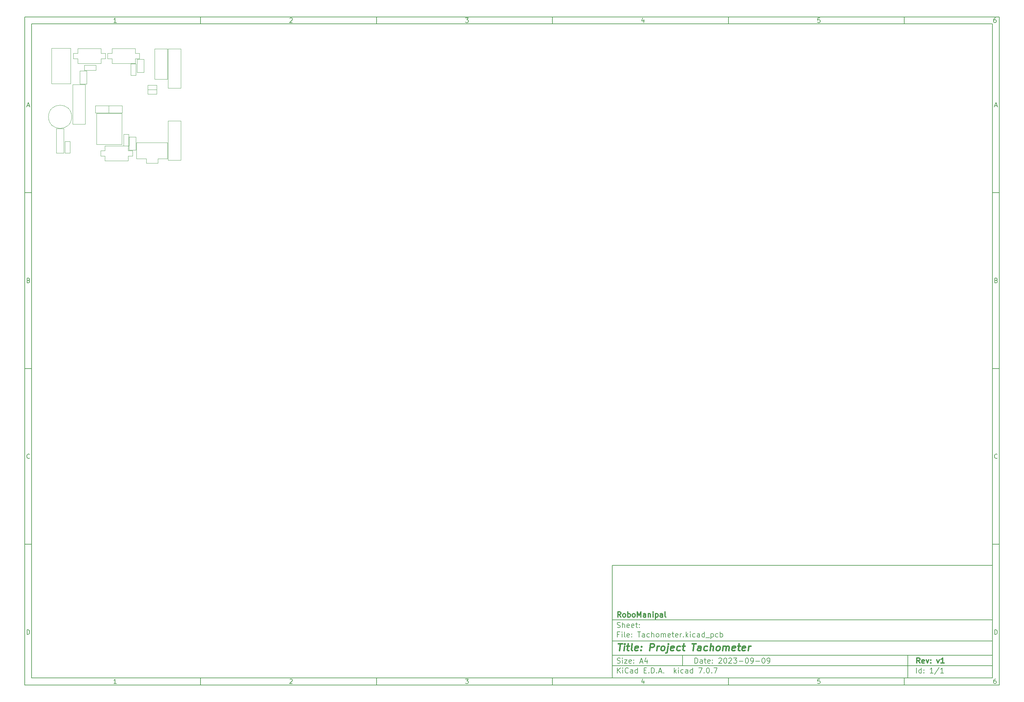
<source format=gbr>
%TF.GenerationSoftware,KiCad,Pcbnew,7.0.7*%
%TF.CreationDate,2023-09-17T23:44:39+05:30*%
%TF.ProjectId,Tachometer,54616368-6f6d-4657-9465-722e6b696361,v1*%
%TF.SameCoordinates,Original*%
%TF.FileFunction,Other,User*%
%FSLAX46Y46*%
G04 Gerber Fmt 4.6, Leading zero omitted, Abs format (unit mm)*
G04 Created by KiCad (PCBNEW 7.0.7) date 2023-09-17 23:44:39*
%MOMM*%
%LPD*%
G01*
G04 APERTURE LIST*
%ADD10C,0.100000*%
%ADD11C,0.150000*%
%ADD12C,0.300000*%
%ADD13C,0.400000*%
%ADD14C,0.050000*%
G04 APERTURE END LIST*
D10*
D11*
X177002200Y-166007200D02*
X285002200Y-166007200D01*
X285002200Y-198007200D01*
X177002200Y-198007200D01*
X177002200Y-166007200D01*
D10*
D11*
X10000000Y-10000000D02*
X287002200Y-10000000D01*
X287002200Y-200007200D01*
X10000000Y-200007200D01*
X10000000Y-10000000D01*
D10*
D11*
X12000000Y-12000000D02*
X285002200Y-12000000D01*
X285002200Y-198007200D01*
X12000000Y-198007200D01*
X12000000Y-12000000D01*
D10*
D11*
X60000000Y-12000000D02*
X60000000Y-10000000D01*
D10*
D11*
X110000000Y-12000000D02*
X110000000Y-10000000D01*
D10*
D11*
X160000000Y-12000000D02*
X160000000Y-10000000D01*
D10*
D11*
X210000000Y-12000000D02*
X210000000Y-10000000D01*
D10*
D11*
X260000000Y-12000000D02*
X260000000Y-10000000D01*
D10*
D11*
X36089160Y-11593604D02*
X35346303Y-11593604D01*
X35717731Y-11593604D02*
X35717731Y-10293604D01*
X35717731Y-10293604D02*
X35593922Y-10479319D01*
X35593922Y-10479319D02*
X35470112Y-10603128D01*
X35470112Y-10603128D02*
X35346303Y-10665033D01*
D10*
D11*
X85346303Y-10417414D02*
X85408207Y-10355509D01*
X85408207Y-10355509D02*
X85532017Y-10293604D01*
X85532017Y-10293604D02*
X85841541Y-10293604D01*
X85841541Y-10293604D02*
X85965350Y-10355509D01*
X85965350Y-10355509D02*
X86027255Y-10417414D01*
X86027255Y-10417414D02*
X86089160Y-10541223D01*
X86089160Y-10541223D02*
X86089160Y-10665033D01*
X86089160Y-10665033D02*
X86027255Y-10850747D01*
X86027255Y-10850747D02*
X85284398Y-11593604D01*
X85284398Y-11593604D02*
X86089160Y-11593604D01*
D10*
D11*
X135284398Y-10293604D02*
X136089160Y-10293604D01*
X136089160Y-10293604D02*
X135655826Y-10788842D01*
X135655826Y-10788842D02*
X135841541Y-10788842D01*
X135841541Y-10788842D02*
X135965350Y-10850747D01*
X135965350Y-10850747D02*
X136027255Y-10912652D01*
X136027255Y-10912652D02*
X136089160Y-11036461D01*
X136089160Y-11036461D02*
X136089160Y-11345985D01*
X136089160Y-11345985D02*
X136027255Y-11469795D01*
X136027255Y-11469795D02*
X135965350Y-11531700D01*
X135965350Y-11531700D02*
X135841541Y-11593604D01*
X135841541Y-11593604D02*
X135470112Y-11593604D01*
X135470112Y-11593604D02*
X135346303Y-11531700D01*
X135346303Y-11531700D02*
X135284398Y-11469795D01*
D10*
D11*
X185965350Y-10726938D02*
X185965350Y-11593604D01*
X185655826Y-10231700D02*
X185346303Y-11160271D01*
X185346303Y-11160271D02*
X186151064Y-11160271D01*
D10*
D11*
X236027255Y-10293604D02*
X235408207Y-10293604D01*
X235408207Y-10293604D02*
X235346303Y-10912652D01*
X235346303Y-10912652D02*
X235408207Y-10850747D01*
X235408207Y-10850747D02*
X235532017Y-10788842D01*
X235532017Y-10788842D02*
X235841541Y-10788842D01*
X235841541Y-10788842D02*
X235965350Y-10850747D01*
X235965350Y-10850747D02*
X236027255Y-10912652D01*
X236027255Y-10912652D02*
X236089160Y-11036461D01*
X236089160Y-11036461D02*
X236089160Y-11345985D01*
X236089160Y-11345985D02*
X236027255Y-11469795D01*
X236027255Y-11469795D02*
X235965350Y-11531700D01*
X235965350Y-11531700D02*
X235841541Y-11593604D01*
X235841541Y-11593604D02*
X235532017Y-11593604D01*
X235532017Y-11593604D02*
X235408207Y-11531700D01*
X235408207Y-11531700D02*
X235346303Y-11469795D01*
D10*
D11*
X285965350Y-10293604D02*
X285717731Y-10293604D01*
X285717731Y-10293604D02*
X285593922Y-10355509D01*
X285593922Y-10355509D02*
X285532017Y-10417414D01*
X285532017Y-10417414D02*
X285408207Y-10603128D01*
X285408207Y-10603128D02*
X285346303Y-10850747D01*
X285346303Y-10850747D02*
X285346303Y-11345985D01*
X285346303Y-11345985D02*
X285408207Y-11469795D01*
X285408207Y-11469795D02*
X285470112Y-11531700D01*
X285470112Y-11531700D02*
X285593922Y-11593604D01*
X285593922Y-11593604D02*
X285841541Y-11593604D01*
X285841541Y-11593604D02*
X285965350Y-11531700D01*
X285965350Y-11531700D02*
X286027255Y-11469795D01*
X286027255Y-11469795D02*
X286089160Y-11345985D01*
X286089160Y-11345985D02*
X286089160Y-11036461D01*
X286089160Y-11036461D02*
X286027255Y-10912652D01*
X286027255Y-10912652D02*
X285965350Y-10850747D01*
X285965350Y-10850747D02*
X285841541Y-10788842D01*
X285841541Y-10788842D02*
X285593922Y-10788842D01*
X285593922Y-10788842D02*
X285470112Y-10850747D01*
X285470112Y-10850747D02*
X285408207Y-10912652D01*
X285408207Y-10912652D02*
X285346303Y-11036461D01*
D10*
D11*
X60000000Y-198007200D02*
X60000000Y-200007200D01*
D10*
D11*
X110000000Y-198007200D02*
X110000000Y-200007200D01*
D10*
D11*
X160000000Y-198007200D02*
X160000000Y-200007200D01*
D10*
D11*
X210000000Y-198007200D02*
X210000000Y-200007200D01*
D10*
D11*
X260000000Y-198007200D02*
X260000000Y-200007200D01*
D10*
D11*
X36089160Y-199600804D02*
X35346303Y-199600804D01*
X35717731Y-199600804D02*
X35717731Y-198300804D01*
X35717731Y-198300804D02*
X35593922Y-198486519D01*
X35593922Y-198486519D02*
X35470112Y-198610328D01*
X35470112Y-198610328D02*
X35346303Y-198672233D01*
D10*
D11*
X85346303Y-198424614D02*
X85408207Y-198362709D01*
X85408207Y-198362709D02*
X85532017Y-198300804D01*
X85532017Y-198300804D02*
X85841541Y-198300804D01*
X85841541Y-198300804D02*
X85965350Y-198362709D01*
X85965350Y-198362709D02*
X86027255Y-198424614D01*
X86027255Y-198424614D02*
X86089160Y-198548423D01*
X86089160Y-198548423D02*
X86089160Y-198672233D01*
X86089160Y-198672233D02*
X86027255Y-198857947D01*
X86027255Y-198857947D02*
X85284398Y-199600804D01*
X85284398Y-199600804D02*
X86089160Y-199600804D01*
D10*
D11*
X135284398Y-198300804D02*
X136089160Y-198300804D01*
X136089160Y-198300804D02*
X135655826Y-198796042D01*
X135655826Y-198796042D02*
X135841541Y-198796042D01*
X135841541Y-198796042D02*
X135965350Y-198857947D01*
X135965350Y-198857947D02*
X136027255Y-198919852D01*
X136027255Y-198919852D02*
X136089160Y-199043661D01*
X136089160Y-199043661D02*
X136089160Y-199353185D01*
X136089160Y-199353185D02*
X136027255Y-199476995D01*
X136027255Y-199476995D02*
X135965350Y-199538900D01*
X135965350Y-199538900D02*
X135841541Y-199600804D01*
X135841541Y-199600804D02*
X135470112Y-199600804D01*
X135470112Y-199600804D02*
X135346303Y-199538900D01*
X135346303Y-199538900D02*
X135284398Y-199476995D01*
D10*
D11*
X185965350Y-198734138D02*
X185965350Y-199600804D01*
X185655826Y-198238900D02*
X185346303Y-199167471D01*
X185346303Y-199167471D02*
X186151064Y-199167471D01*
D10*
D11*
X236027255Y-198300804D02*
X235408207Y-198300804D01*
X235408207Y-198300804D02*
X235346303Y-198919852D01*
X235346303Y-198919852D02*
X235408207Y-198857947D01*
X235408207Y-198857947D02*
X235532017Y-198796042D01*
X235532017Y-198796042D02*
X235841541Y-198796042D01*
X235841541Y-198796042D02*
X235965350Y-198857947D01*
X235965350Y-198857947D02*
X236027255Y-198919852D01*
X236027255Y-198919852D02*
X236089160Y-199043661D01*
X236089160Y-199043661D02*
X236089160Y-199353185D01*
X236089160Y-199353185D02*
X236027255Y-199476995D01*
X236027255Y-199476995D02*
X235965350Y-199538900D01*
X235965350Y-199538900D02*
X235841541Y-199600804D01*
X235841541Y-199600804D02*
X235532017Y-199600804D01*
X235532017Y-199600804D02*
X235408207Y-199538900D01*
X235408207Y-199538900D02*
X235346303Y-199476995D01*
D10*
D11*
X285965350Y-198300804D02*
X285717731Y-198300804D01*
X285717731Y-198300804D02*
X285593922Y-198362709D01*
X285593922Y-198362709D02*
X285532017Y-198424614D01*
X285532017Y-198424614D02*
X285408207Y-198610328D01*
X285408207Y-198610328D02*
X285346303Y-198857947D01*
X285346303Y-198857947D02*
X285346303Y-199353185D01*
X285346303Y-199353185D02*
X285408207Y-199476995D01*
X285408207Y-199476995D02*
X285470112Y-199538900D01*
X285470112Y-199538900D02*
X285593922Y-199600804D01*
X285593922Y-199600804D02*
X285841541Y-199600804D01*
X285841541Y-199600804D02*
X285965350Y-199538900D01*
X285965350Y-199538900D02*
X286027255Y-199476995D01*
X286027255Y-199476995D02*
X286089160Y-199353185D01*
X286089160Y-199353185D02*
X286089160Y-199043661D01*
X286089160Y-199043661D02*
X286027255Y-198919852D01*
X286027255Y-198919852D02*
X285965350Y-198857947D01*
X285965350Y-198857947D02*
X285841541Y-198796042D01*
X285841541Y-198796042D02*
X285593922Y-198796042D01*
X285593922Y-198796042D02*
X285470112Y-198857947D01*
X285470112Y-198857947D02*
X285408207Y-198919852D01*
X285408207Y-198919852D02*
X285346303Y-199043661D01*
D10*
D11*
X10000000Y-60000000D02*
X12000000Y-60000000D01*
D10*
D11*
X10000000Y-110000000D02*
X12000000Y-110000000D01*
D10*
D11*
X10000000Y-160000000D02*
X12000000Y-160000000D01*
D10*
D11*
X10690476Y-35222176D02*
X11309523Y-35222176D01*
X10566666Y-35593604D02*
X10999999Y-34293604D01*
X10999999Y-34293604D02*
X11433333Y-35593604D01*
D10*
D11*
X11092857Y-84912652D02*
X11278571Y-84974557D01*
X11278571Y-84974557D02*
X11340476Y-85036461D01*
X11340476Y-85036461D02*
X11402380Y-85160271D01*
X11402380Y-85160271D02*
X11402380Y-85345985D01*
X11402380Y-85345985D02*
X11340476Y-85469795D01*
X11340476Y-85469795D02*
X11278571Y-85531700D01*
X11278571Y-85531700D02*
X11154761Y-85593604D01*
X11154761Y-85593604D02*
X10659523Y-85593604D01*
X10659523Y-85593604D02*
X10659523Y-84293604D01*
X10659523Y-84293604D02*
X11092857Y-84293604D01*
X11092857Y-84293604D02*
X11216666Y-84355509D01*
X11216666Y-84355509D02*
X11278571Y-84417414D01*
X11278571Y-84417414D02*
X11340476Y-84541223D01*
X11340476Y-84541223D02*
X11340476Y-84665033D01*
X11340476Y-84665033D02*
X11278571Y-84788842D01*
X11278571Y-84788842D02*
X11216666Y-84850747D01*
X11216666Y-84850747D02*
X11092857Y-84912652D01*
X11092857Y-84912652D02*
X10659523Y-84912652D01*
D10*
D11*
X11402380Y-135469795D02*
X11340476Y-135531700D01*
X11340476Y-135531700D02*
X11154761Y-135593604D01*
X11154761Y-135593604D02*
X11030952Y-135593604D01*
X11030952Y-135593604D02*
X10845238Y-135531700D01*
X10845238Y-135531700D02*
X10721428Y-135407890D01*
X10721428Y-135407890D02*
X10659523Y-135284080D01*
X10659523Y-135284080D02*
X10597619Y-135036461D01*
X10597619Y-135036461D02*
X10597619Y-134850747D01*
X10597619Y-134850747D02*
X10659523Y-134603128D01*
X10659523Y-134603128D02*
X10721428Y-134479319D01*
X10721428Y-134479319D02*
X10845238Y-134355509D01*
X10845238Y-134355509D02*
X11030952Y-134293604D01*
X11030952Y-134293604D02*
X11154761Y-134293604D01*
X11154761Y-134293604D02*
X11340476Y-134355509D01*
X11340476Y-134355509D02*
X11402380Y-134417414D01*
D10*
D11*
X10659523Y-185593604D02*
X10659523Y-184293604D01*
X10659523Y-184293604D02*
X10969047Y-184293604D01*
X10969047Y-184293604D02*
X11154761Y-184355509D01*
X11154761Y-184355509D02*
X11278571Y-184479319D01*
X11278571Y-184479319D02*
X11340476Y-184603128D01*
X11340476Y-184603128D02*
X11402380Y-184850747D01*
X11402380Y-184850747D02*
X11402380Y-185036461D01*
X11402380Y-185036461D02*
X11340476Y-185284080D01*
X11340476Y-185284080D02*
X11278571Y-185407890D01*
X11278571Y-185407890D02*
X11154761Y-185531700D01*
X11154761Y-185531700D02*
X10969047Y-185593604D01*
X10969047Y-185593604D02*
X10659523Y-185593604D01*
D10*
D11*
X287002200Y-60000000D02*
X285002200Y-60000000D01*
D10*
D11*
X287002200Y-110000000D02*
X285002200Y-110000000D01*
D10*
D11*
X287002200Y-160000000D02*
X285002200Y-160000000D01*
D10*
D11*
X285692676Y-35222176D02*
X286311723Y-35222176D01*
X285568866Y-35593604D02*
X286002199Y-34293604D01*
X286002199Y-34293604D02*
X286435533Y-35593604D01*
D10*
D11*
X286095057Y-84912652D02*
X286280771Y-84974557D01*
X286280771Y-84974557D02*
X286342676Y-85036461D01*
X286342676Y-85036461D02*
X286404580Y-85160271D01*
X286404580Y-85160271D02*
X286404580Y-85345985D01*
X286404580Y-85345985D02*
X286342676Y-85469795D01*
X286342676Y-85469795D02*
X286280771Y-85531700D01*
X286280771Y-85531700D02*
X286156961Y-85593604D01*
X286156961Y-85593604D02*
X285661723Y-85593604D01*
X285661723Y-85593604D02*
X285661723Y-84293604D01*
X285661723Y-84293604D02*
X286095057Y-84293604D01*
X286095057Y-84293604D02*
X286218866Y-84355509D01*
X286218866Y-84355509D02*
X286280771Y-84417414D01*
X286280771Y-84417414D02*
X286342676Y-84541223D01*
X286342676Y-84541223D02*
X286342676Y-84665033D01*
X286342676Y-84665033D02*
X286280771Y-84788842D01*
X286280771Y-84788842D02*
X286218866Y-84850747D01*
X286218866Y-84850747D02*
X286095057Y-84912652D01*
X286095057Y-84912652D02*
X285661723Y-84912652D01*
D10*
D11*
X286404580Y-135469795D02*
X286342676Y-135531700D01*
X286342676Y-135531700D02*
X286156961Y-135593604D01*
X286156961Y-135593604D02*
X286033152Y-135593604D01*
X286033152Y-135593604D02*
X285847438Y-135531700D01*
X285847438Y-135531700D02*
X285723628Y-135407890D01*
X285723628Y-135407890D02*
X285661723Y-135284080D01*
X285661723Y-135284080D02*
X285599819Y-135036461D01*
X285599819Y-135036461D02*
X285599819Y-134850747D01*
X285599819Y-134850747D02*
X285661723Y-134603128D01*
X285661723Y-134603128D02*
X285723628Y-134479319D01*
X285723628Y-134479319D02*
X285847438Y-134355509D01*
X285847438Y-134355509D02*
X286033152Y-134293604D01*
X286033152Y-134293604D02*
X286156961Y-134293604D01*
X286156961Y-134293604D02*
X286342676Y-134355509D01*
X286342676Y-134355509D02*
X286404580Y-134417414D01*
D10*
D11*
X285661723Y-185593604D02*
X285661723Y-184293604D01*
X285661723Y-184293604D02*
X285971247Y-184293604D01*
X285971247Y-184293604D02*
X286156961Y-184355509D01*
X286156961Y-184355509D02*
X286280771Y-184479319D01*
X286280771Y-184479319D02*
X286342676Y-184603128D01*
X286342676Y-184603128D02*
X286404580Y-184850747D01*
X286404580Y-184850747D02*
X286404580Y-185036461D01*
X286404580Y-185036461D02*
X286342676Y-185284080D01*
X286342676Y-185284080D02*
X286280771Y-185407890D01*
X286280771Y-185407890D02*
X286156961Y-185531700D01*
X286156961Y-185531700D02*
X285971247Y-185593604D01*
X285971247Y-185593604D02*
X285661723Y-185593604D01*
D10*
D11*
X200458026Y-193793328D02*
X200458026Y-192293328D01*
X200458026Y-192293328D02*
X200815169Y-192293328D01*
X200815169Y-192293328D02*
X201029455Y-192364757D01*
X201029455Y-192364757D02*
X201172312Y-192507614D01*
X201172312Y-192507614D02*
X201243741Y-192650471D01*
X201243741Y-192650471D02*
X201315169Y-192936185D01*
X201315169Y-192936185D02*
X201315169Y-193150471D01*
X201315169Y-193150471D02*
X201243741Y-193436185D01*
X201243741Y-193436185D02*
X201172312Y-193579042D01*
X201172312Y-193579042D02*
X201029455Y-193721900D01*
X201029455Y-193721900D02*
X200815169Y-193793328D01*
X200815169Y-193793328D02*
X200458026Y-193793328D01*
X202600884Y-193793328D02*
X202600884Y-193007614D01*
X202600884Y-193007614D02*
X202529455Y-192864757D01*
X202529455Y-192864757D02*
X202386598Y-192793328D01*
X202386598Y-192793328D02*
X202100884Y-192793328D01*
X202100884Y-192793328D02*
X201958026Y-192864757D01*
X202600884Y-193721900D02*
X202458026Y-193793328D01*
X202458026Y-193793328D02*
X202100884Y-193793328D01*
X202100884Y-193793328D02*
X201958026Y-193721900D01*
X201958026Y-193721900D02*
X201886598Y-193579042D01*
X201886598Y-193579042D02*
X201886598Y-193436185D01*
X201886598Y-193436185D02*
X201958026Y-193293328D01*
X201958026Y-193293328D02*
X202100884Y-193221900D01*
X202100884Y-193221900D02*
X202458026Y-193221900D01*
X202458026Y-193221900D02*
X202600884Y-193150471D01*
X203100884Y-192793328D02*
X203672312Y-192793328D01*
X203315169Y-192293328D02*
X203315169Y-193579042D01*
X203315169Y-193579042D02*
X203386598Y-193721900D01*
X203386598Y-193721900D02*
X203529455Y-193793328D01*
X203529455Y-193793328D02*
X203672312Y-193793328D01*
X204743741Y-193721900D02*
X204600884Y-193793328D01*
X204600884Y-193793328D02*
X204315170Y-193793328D01*
X204315170Y-193793328D02*
X204172312Y-193721900D01*
X204172312Y-193721900D02*
X204100884Y-193579042D01*
X204100884Y-193579042D02*
X204100884Y-193007614D01*
X204100884Y-193007614D02*
X204172312Y-192864757D01*
X204172312Y-192864757D02*
X204315170Y-192793328D01*
X204315170Y-192793328D02*
X204600884Y-192793328D01*
X204600884Y-192793328D02*
X204743741Y-192864757D01*
X204743741Y-192864757D02*
X204815170Y-193007614D01*
X204815170Y-193007614D02*
X204815170Y-193150471D01*
X204815170Y-193150471D02*
X204100884Y-193293328D01*
X205458026Y-193650471D02*
X205529455Y-193721900D01*
X205529455Y-193721900D02*
X205458026Y-193793328D01*
X205458026Y-193793328D02*
X205386598Y-193721900D01*
X205386598Y-193721900D02*
X205458026Y-193650471D01*
X205458026Y-193650471D02*
X205458026Y-193793328D01*
X205458026Y-192864757D02*
X205529455Y-192936185D01*
X205529455Y-192936185D02*
X205458026Y-193007614D01*
X205458026Y-193007614D02*
X205386598Y-192936185D01*
X205386598Y-192936185D02*
X205458026Y-192864757D01*
X205458026Y-192864757D02*
X205458026Y-193007614D01*
X207243741Y-192436185D02*
X207315169Y-192364757D01*
X207315169Y-192364757D02*
X207458027Y-192293328D01*
X207458027Y-192293328D02*
X207815169Y-192293328D01*
X207815169Y-192293328D02*
X207958027Y-192364757D01*
X207958027Y-192364757D02*
X208029455Y-192436185D01*
X208029455Y-192436185D02*
X208100884Y-192579042D01*
X208100884Y-192579042D02*
X208100884Y-192721900D01*
X208100884Y-192721900D02*
X208029455Y-192936185D01*
X208029455Y-192936185D02*
X207172312Y-193793328D01*
X207172312Y-193793328D02*
X208100884Y-193793328D01*
X209029455Y-192293328D02*
X209172312Y-192293328D01*
X209172312Y-192293328D02*
X209315169Y-192364757D01*
X209315169Y-192364757D02*
X209386598Y-192436185D01*
X209386598Y-192436185D02*
X209458026Y-192579042D01*
X209458026Y-192579042D02*
X209529455Y-192864757D01*
X209529455Y-192864757D02*
X209529455Y-193221900D01*
X209529455Y-193221900D02*
X209458026Y-193507614D01*
X209458026Y-193507614D02*
X209386598Y-193650471D01*
X209386598Y-193650471D02*
X209315169Y-193721900D01*
X209315169Y-193721900D02*
X209172312Y-193793328D01*
X209172312Y-193793328D02*
X209029455Y-193793328D01*
X209029455Y-193793328D02*
X208886598Y-193721900D01*
X208886598Y-193721900D02*
X208815169Y-193650471D01*
X208815169Y-193650471D02*
X208743740Y-193507614D01*
X208743740Y-193507614D02*
X208672312Y-193221900D01*
X208672312Y-193221900D02*
X208672312Y-192864757D01*
X208672312Y-192864757D02*
X208743740Y-192579042D01*
X208743740Y-192579042D02*
X208815169Y-192436185D01*
X208815169Y-192436185D02*
X208886598Y-192364757D01*
X208886598Y-192364757D02*
X209029455Y-192293328D01*
X210100883Y-192436185D02*
X210172311Y-192364757D01*
X210172311Y-192364757D02*
X210315169Y-192293328D01*
X210315169Y-192293328D02*
X210672311Y-192293328D01*
X210672311Y-192293328D02*
X210815169Y-192364757D01*
X210815169Y-192364757D02*
X210886597Y-192436185D01*
X210886597Y-192436185D02*
X210958026Y-192579042D01*
X210958026Y-192579042D02*
X210958026Y-192721900D01*
X210958026Y-192721900D02*
X210886597Y-192936185D01*
X210886597Y-192936185D02*
X210029454Y-193793328D01*
X210029454Y-193793328D02*
X210958026Y-193793328D01*
X211458025Y-192293328D02*
X212386597Y-192293328D01*
X212386597Y-192293328D02*
X211886597Y-192864757D01*
X211886597Y-192864757D02*
X212100882Y-192864757D01*
X212100882Y-192864757D02*
X212243740Y-192936185D01*
X212243740Y-192936185D02*
X212315168Y-193007614D01*
X212315168Y-193007614D02*
X212386597Y-193150471D01*
X212386597Y-193150471D02*
X212386597Y-193507614D01*
X212386597Y-193507614D02*
X212315168Y-193650471D01*
X212315168Y-193650471D02*
X212243740Y-193721900D01*
X212243740Y-193721900D02*
X212100882Y-193793328D01*
X212100882Y-193793328D02*
X211672311Y-193793328D01*
X211672311Y-193793328D02*
X211529454Y-193721900D01*
X211529454Y-193721900D02*
X211458025Y-193650471D01*
X213029453Y-193221900D02*
X214172311Y-193221900D01*
X215172311Y-192293328D02*
X215315168Y-192293328D01*
X215315168Y-192293328D02*
X215458025Y-192364757D01*
X215458025Y-192364757D02*
X215529454Y-192436185D01*
X215529454Y-192436185D02*
X215600882Y-192579042D01*
X215600882Y-192579042D02*
X215672311Y-192864757D01*
X215672311Y-192864757D02*
X215672311Y-193221900D01*
X215672311Y-193221900D02*
X215600882Y-193507614D01*
X215600882Y-193507614D02*
X215529454Y-193650471D01*
X215529454Y-193650471D02*
X215458025Y-193721900D01*
X215458025Y-193721900D02*
X215315168Y-193793328D01*
X215315168Y-193793328D02*
X215172311Y-193793328D01*
X215172311Y-193793328D02*
X215029454Y-193721900D01*
X215029454Y-193721900D02*
X214958025Y-193650471D01*
X214958025Y-193650471D02*
X214886596Y-193507614D01*
X214886596Y-193507614D02*
X214815168Y-193221900D01*
X214815168Y-193221900D02*
X214815168Y-192864757D01*
X214815168Y-192864757D02*
X214886596Y-192579042D01*
X214886596Y-192579042D02*
X214958025Y-192436185D01*
X214958025Y-192436185D02*
X215029454Y-192364757D01*
X215029454Y-192364757D02*
X215172311Y-192293328D01*
X216386596Y-193793328D02*
X216672310Y-193793328D01*
X216672310Y-193793328D02*
X216815167Y-193721900D01*
X216815167Y-193721900D02*
X216886596Y-193650471D01*
X216886596Y-193650471D02*
X217029453Y-193436185D01*
X217029453Y-193436185D02*
X217100882Y-193150471D01*
X217100882Y-193150471D02*
X217100882Y-192579042D01*
X217100882Y-192579042D02*
X217029453Y-192436185D01*
X217029453Y-192436185D02*
X216958025Y-192364757D01*
X216958025Y-192364757D02*
X216815167Y-192293328D01*
X216815167Y-192293328D02*
X216529453Y-192293328D01*
X216529453Y-192293328D02*
X216386596Y-192364757D01*
X216386596Y-192364757D02*
X216315167Y-192436185D01*
X216315167Y-192436185D02*
X216243739Y-192579042D01*
X216243739Y-192579042D02*
X216243739Y-192936185D01*
X216243739Y-192936185D02*
X216315167Y-193079042D01*
X216315167Y-193079042D02*
X216386596Y-193150471D01*
X216386596Y-193150471D02*
X216529453Y-193221900D01*
X216529453Y-193221900D02*
X216815167Y-193221900D01*
X216815167Y-193221900D02*
X216958025Y-193150471D01*
X216958025Y-193150471D02*
X217029453Y-193079042D01*
X217029453Y-193079042D02*
X217100882Y-192936185D01*
X217743738Y-193221900D02*
X218886596Y-193221900D01*
X219886596Y-192293328D02*
X220029453Y-192293328D01*
X220029453Y-192293328D02*
X220172310Y-192364757D01*
X220172310Y-192364757D02*
X220243739Y-192436185D01*
X220243739Y-192436185D02*
X220315167Y-192579042D01*
X220315167Y-192579042D02*
X220386596Y-192864757D01*
X220386596Y-192864757D02*
X220386596Y-193221900D01*
X220386596Y-193221900D02*
X220315167Y-193507614D01*
X220315167Y-193507614D02*
X220243739Y-193650471D01*
X220243739Y-193650471D02*
X220172310Y-193721900D01*
X220172310Y-193721900D02*
X220029453Y-193793328D01*
X220029453Y-193793328D02*
X219886596Y-193793328D01*
X219886596Y-193793328D02*
X219743739Y-193721900D01*
X219743739Y-193721900D02*
X219672310Y-193650471D01*
X219672310Y-193650471D02*
X219600881Y-193507614D01*
X219600881Y-193507614D02*
X219529453Y-193221900D01*
X219529453Y-193221900D02*
X219529453Y-192864757D01*
X219529453Y-192864757D02*
X219600881Y-192579042D01*
X219600881Y-192579042D02*
X219672310Y-192436185D01*
X219672310Y-192436185D02*
X219743739Y-192364757D01*
X219743739Y-192364757D02*
X219886596Y-192293328D01*
X221100881Y-193793328D02*
X221386595Y-193793328D01*
X221386595Y-193793328D02*
X221529452Y-193721900D01*
X221529452Y-193721900D02*
X221600881Y-193650471D01*
X221600881Y-193650471D02*
X221743738Y-193436185D01*
X221743738Y-193436185D02*
X221815167Y-193150471D01*
X221815167Y-193150471D02*
X221815167Y-192579042D01*
X221815167Y-192579042D02*
X221743738Y-192436185D01*
X221743738Y-192436185D02*
X221672310Y-192364757D01*
X221672310Y-192364757D02*
X221529452Y-192293328D01*
X221529452Y-192293328D02*
X221243738Y-192293328D01*
X221243738Y-192293328D02*
X221100881Y-192364757D01*
X221100881Y-192364757D02*
X221029452Y-192436185D01*
X221029452Y-192436185D02*
X220958024Y-192579042D01*
X220958024Y-192579042D02*
X220958024Y-192936185D01*
X220958024Y-192936185D02*
X221029452Y-193079042D01*
X221029452Y-193079042D02*
X221100881Y-193150471D01*
X221100881Y-193150471D02*
X221243738Y-193221900D01*
X221243738Y-193221900D02*
X221529452Y-193221900D01*
X221529452Y-193221900D02*
X221672310Y-193150471D01*
X221672310Y-193150471D02*
X221743738Y-193079042D01*
X221743738Y-193079042D02*
X221815167Y-192936185D01*
D10*
D11*
X177002200Y-194507200D02*
X285002200Y-194507200D01*
D10*
D11*
X178458026Y-196593328D02*
X178458026Y-195093328D01*
X179315169Y-196593328D02*
X178672312Y-195736185D01*
X179315169Y-195093328D02*
X178458026Y-195950471D01*
X179958026Y-196593328D02*
X179958026Y-195593328D01*
X179958026Y-195093328D02*
X179886598Y-195164757D01*
X179886598Y-195164757D02*
X179958026Y-195236185D01*
X179958026Y-195236185D02*
X180029455Y-195164757D01*
X180029455Y-195164757D02*
X179958026Y-195093328D01*
X179958026Y-195093328D02*
X179958026Y-195236185D01*
X181529455Y-196450471D02*
X181458027Y-196521900D01*
X181458027Y-196521900D02*
X181243741Y-196593328D01*
X181243741Y-196593328D02*
X181100884Y-196593328D01*
X181100884Y-196593328D02*
X180886598Y-196521900D01*
X180886598Y-196521900D02*
X180743741Y-196379042D01*
X180743741Y-196379042D02*
X180672312Y-196236185D01*
X180672312Y-196236185D02*
X180600884Y-195950471D01*
X180600884Y-195950471D02*
X180600884Y-195736185D01*
X180600884Y-195736185D02*
X180672312Y-195450471D01*
X180672312Y-195450471D02*
X180743741Y-195307614D01*
X180743741Y-195307614D02*
X180886598Y-195164757D01*
X180886598Y-195164757D02*
X181100884Y-195093328D01*
X181100884Y-195093328D02*
X181243741Y-195093328D01*
X181243741Y-195093328D02*
X181458027Y-195164757D01*
X181458027Y-195164757D02*
X181529455Y-195236185D01*
X182815170Y-196593328D02*
X182815170Y-195807614D01*
X182815170Y-195807614D02*
X182743741Y-195664757D01*
X182743741Y-195664757D02*
X182600884Y-195593328D01*
X182600884Y-195593328D02*
X182315170Y-195593328D01*
X182315170Y-195593328D02*
X182172312Y-195664757D01*
X182815170Y-196521900D02*
X182672312Y-196593328D01*
X182672312Y-196593328D02*
X182315170Y-196593328D01*
X182315170Y-196593328D02*
X182172312Y-196521900D01*
X182172312Y-196521900D02*
X182100884Y-196379042D01*
X182100884Y-196379042D02*
X182100884Y-196236185D01*
X182100884Y-196236185D02*
X182172312Y-196093328D01*
X182172312Y-196093328D02*
X182315170Y-196021900D01*
X182315170Y-196021900D02*
X182672312Y-196021900D01*
X182672312Y-196021900D02*
X182815170Y-195950471D01*
X184172313Y-196593328D02*
X184172313Y-195093328D01*
X184172313Y-196521900D02*
X184029455Y-196593328D01*
X184029455Y-196593328D02*
X183743741Y-196593328D01*
X183743741Y-196593328D02*
X183600884Y-196521900D01*
X183600884Y-196521900D02*
X183529455Y-196450471D01*
X183529455Y-196450471D02*
X183458027Y-196307614D01*
X183458027Y-196307614D02*
X183458027Y-195879042D01*
X183458027Y-195879042D02*
X183529455Y-195736185D01*
X183529455Y-195736185D02*
X183600884Y-195664757D01*
X183600884Y-195664757D02*
X183743741Y-195593328D01*
X183743741Y-195593328D02*
X184029455Y-195593328D01*
X184029455Y-195593328D02*
X184172313Y-195664757D01*
X186029455Y-195807614D02*
X186529455Y-195807614D01*
X186743741Y-196593328D02*
X186029455Y-196593328D01*
X186029455Y-196593328D02*
X186029455Y-195093328D01*
X186029455Y-195093328D02*
X186743741Y-195093328D01*
X187386598Y-196450471D02*
X187458027Y-196521900D01*
X187458027Y-196521900D02*
X187386598Y-196593328D01*
X187386598Y-196593328D02*
X187315170Y-196521900D01*
X187315170Y-196521900D02*
X187386598Y-196450471D01*
X187386598Y-196450471D02*
X187386598Y-196593328D01*
X188100884Y-196593328D02*
X188100884Y-195093328D01*
X188100884Y-195093328D02*
X188458027Y-195093328D01*
X188458027Y-195093328D02*
X188672313Y-195164757D01*
X188672313Y-195164757D02*
X188815170Y-195307614D01*
X188815170Y-195307614D02*
X188886599Y-195450471D01*
X188886599Y-195450471D02*
X188958027Y-195736185D01*
X188958027Y-195736185D02*
X188958027Y-195950471D01*
X188958027Y-195950471D02*
X188886599Y-196236185D01*
X188886599Y-196236185D02*
X188815170Y-196379042D01*
X188815170Y-196379042D02*
X188672313Y-196521900D01*
X188672313Y-196521900D02*
X188458027Y-196593328D01*
X188458027Y-196593328D02*
X188100884Y-196593328D01*
X189600884Y-196450471D02*
X189672313Y-196521900D01*
X189672313Y-196521900D02*
X189600884Y-196593328D01*
X189600884Y-196593328D02*
X189529456Y-196521900D01*
X189529456Y-196521900D02*
X189600884Y-196450471D01*
X189600884Y-196450471D02*
X189600884Y-196593328D01*
X190243742Y-196164757D02*
X190958028Y-196164757D01*
X190100885Y-196593328D02*
X190600885Y-195093328D01*
X190600885Y-195093328D02*
X191100885Y-196593328D01*
X191600884Y-196450471D02*
X191672313Y-196521900D01*
X191672313Y-196521900D02*
X191600884Y-196593328D01*
X191600884Y-196593328D02*
X191529456Y-196521900D01*
X191529456Y-196521900D02*
X191600884Y-196450471D01*
X191600884Y-196450471D02*
X191600884Y-196593328D01*
X194600884Y-196593328D02*
X194600884Y-195093328D01*
X194743742Y-196021900D02*
X195172313Y-196593328D01*
X195172313Y-195593328D02*
X194600884Y-196164757D01*
X195815170Y-196593328D02*
X195815170Y-195593328D01*
X195815170Y-195093328D02*
X195743742Y-195164757D01*
X195743742Y-195164757D02*
X195815170Y-195236185D01*
X195815170Y-195236185D02*
X195886599Y-195164757D01*
X195886599Y-195164757D02*
X195815170Y-195093328D01*
X195815170Y-195093328D02*
X195815170Y-195236185D01*
X197172314Y-196521900D02*
X197029456Y-196593328D01*
X197029456Y-196593328D02*
X196743742Y-196593328D01*
X196743742Y-196593328D02*
X196600885Y-196521900D01*
X196600885Y-196521900D02*
X196529456Y-196450471D01*
X196529456Y-196450471D02*
X196458028Y-196307614D01*
X196458028Y-196307614D02*
X196458028Y-195879042D01*
X196458028Y-195879042D02*
X196529456Y-195736185D01*
X196529456Y-195736185D02*
X196600885Y-195664757D01*
X196600885Y-195664757D02*
X196743742Y-195593328D01*
X196743742Y-195593328D02*
X197029456Y-195593328D01*
X197029456Y-195593328D02*
X197172314Y-195664757D01*
X198458028Y-196593328D02*
X198458028Y-195807614D01*
X198458028Y-195807614D02*
X198386599Y-195664757D01*
X198386599Y-195664757D02*
X198243742Y-195593328D01*
X198243742Y-195593328D02*
X197958028Y-195593328D01*
X197958028Y-195593328D02*
X197815170Y-195664757D01*
X198458028Y-196521900D02*
X198315170Y-196593328D01*
X198315170Y-196593328D02*
X197958028Y-196593328D01*
X197958028Y-196593328D02*
X197815170Y-196521900D01*
X197815170Y-196521900D02*
X197743742Y-196379042D01*
X197743742Y-196379042D02*
X197743742Y-196236185D01*
X197743742Y-196236185D02*
X197815170Y-196093328D01*
X197815170Y-196093328D02*
X197958028Y-196021900D01*
X197958028Y-196021900D02*
X198315170Y-196021900D01*
X198315170Y-196021900D02*
X198458028Y-195950471D01*
X199815171Y-196593328D02*
X199815171Y-195093328D01*
X199815171Y-196521900D02*
X199672313Y-196593328D01*
X199672313Y-196593328D02*
X199386599Y-196593328D01*
X199386599Y-196593328D02*
X199243742Y-196521900D01*
X199243742Y-196521900D02*
X199172313Y-196450471D01*
X199172313Y-196450471D02*
X199100885Y-196307614D01*
X199100885Y-196307614D02*
X199100885Y-195879042D01*
X199100885Y-195879042D02*
X199172313Y-195736185D01*
X199172313Y-195736185D02*
X199243742Y-195664757D01*
X199243742Y-195664757D02*
X199386599Y-195593328D01*
X199386599Y-195593328D02*
X199672313Y-195593328D01*
X199672313Y-195593328D02*
X199815171Y-195664757D01*
X201529456Y-195093328D02*
X202529456Y-195093328D01*
X202529456Y-195093328D02*
X201886599Y-196593328D01*
X203100884Y-196450471D02*
X203172313Y-196521900D01*
X203172313Y-196521900D02*
X203100884Y-196593328D01*
X203100884Y-196593328D02*
X203029456Y-196521900D01*
X203029456Y-196521900D02*
X203100884Y-196450471D01*
X203100884Y-196450471D02*
X203100884Y-196593328D01*
X204100885Y-195093328D02*
X204243742Y-195093328D01*
X204243742Y-195093328D02*
X204386599Y-195164757D01*
X204386599Y-195164757D02*
X204458028Y-195236185D01*
X204458028Y-195236185D02*
X204529456Y-195379042D01*
X204529456Y-195379042D02*
X204600885Y-195664757D01*
X204600885Y-195664757D02*
X204600885Y-196021900D01*
X204600885Y-196021900D02*
X204529456Y-196307614D01*
X204529456Y-196307614D02*
X204458028Y-196450471D01*
X204458028Y-196450471D02*
X204386599Y-196521900D01*
X204386599Y-196521900D02*
X204243742Y-196593328D01*
X204243742Y-196593328D02*
X204100885Y-196593328D01*
X204100885Y-196593328D02*
X203958028Y-196521900D01*
X203958028Y-196521900D02*
X203886599Y-196450471D01*
X203886599Y-196450471D02*
X203815170Y-196307614D01*
X203815170Y-196307614D02*
X203743742Y-196021900D01*
X203743742Y-196021900D02*
X203743742Y-195664757D01*
X203743742Y-195664757D02*
X203815170Y-195379042D01*
X203815170Y-195379042D02*
X203886599Y-195236185D01*
X203886599Y-195236185D02*
X203958028Y-195164757D01*
X203958028Y-195164757D02*
X204100885Y-195093328D01*
X205243741Y-196450471D02*
X205315170Y-196521900D01*
X205315170Y-196521900D02*
X205243741Y-196593328D01*
X205243741Y-196593328D02*
X205172313Y-196521900D01*
X205172313Y-196521900D02*
X205243741Y-196450471D01*
X205243741Y-196450471D02*
X205243741Y-196593328D01*
X205815170Y-195093328D02*
X206815170Y-195093328D01*
X206815170Y-195093328D02*
X206172313Y-196593328D01*
D10*
D11*
X177002200Y-191507200D02*
X285002200Y-191507200D01*
D10*
D12*
X264413853Y-193785528D02*
X263913853Y-193071242D01*
X263556710Y-193785528D02*
X263556710Y-192285528D01*
X263556710Y-192285528D02*
X264128139Y-192285528D01*
X264128139Y-192285528D02*
X264270996Y-192356957D01*
X264270996Y-192356957D02*
X264342425Y-192428385D01*
X264342425Y-192428385D02*
X264413853Y-192571242D01*
X264413853Y-192571242D02*
X264413853Y-192785528D01*
X264413853Y-192785528D02*
X264342425Y-192928385D01*
X264342425Y-192928385D02*
X264270996Y-192999814D01*
X264270996Y-192999814D02*
X264128139Y-193071242D01*
X264128139Y-193071242D02*
X263556710Y-193071242D01*
X265628139Y-193714100D02*
X265485282Y-193785528D01*
X265485282Y-193785528D02*
X265199568Y-193785528D01*
X265199568Y-193785528D02*
X265056710Y-193714100D01*
X265056710Y-193714100D02*
X264985282Y-193571242D01*
X264985282Y-193571242D02*
X264985282Y-192999814D01*
X264985282Y-192999814D02*
X265056710Y-192856957D01*
X265056710Y-192856957D02*
X265199568Y-192785528D01*
X265199568Y-192785528D02*
X265485282Y-192785528D01*
X265485282Y-192785528D02*
X265628139Y-192856957D01*
X265628139Y-192856957D02*
X265699568Y-192999814D01*
X265699568Y-192999814D02*
X265699568Y-193142671D01*
X265699568Y-193142671D02*
X264985282Y-193285528D01*
X266199567Y-192785528D02*
X266556710Y-193785528D01*
X266556710Y-193785528D02*
X266913853Y-192785528D01*
X267485281Y-193642671D02*
X267556710Y-193714100D01*
X267556710Y-193714100D02*
X267485281Y-193785528D01*
X267485281Y-193785528D02*
X267413853Y-193714100D01*
X267413853Y-193714100D02*
X267485281Y-193642671D01*
X267485281Y-193642671D02*
X267485281Y-193785528D01*
X267485281Y-192856957D02*
X267556710Y-192928385D01*
X267556710Y-192928385D02*
X267485281Y-192999814D01*
X267485281Y-192999814D02*
X267413853Y-192928385D01*
X267413853Y-192928385D02*
X267485281Y-192856957D01*
X267485281Y-192856957D02*
X267485281Y-192999814D01*
X269199567Y-192785528D02*
X269556710Y-193785528D01*
X269556710Y-193785528D02*
X269913853Y-192785528D01*
X271270996Y-193785528D02*
X270413853Y-193785528D01*
X270842424Y-193785528D02*
X270842424Y-192285528D01*
X270842424Y-192285528D02*
X270699567Y-192499814D01*
X270699567Y-192499814D02*
X270556710Y-192642671D01*
X270556710Y-192642671D02*
X270413853Y-192714100D01*
D10*
D11*
X178386598Y-193721900D02*
X178600884Y-193793328D01*
X178600884Y-193793328D02*
X178958026Y-193793328D01*
X178958026Y-193793328D02*
X179100884Y-193721900D01*
X179100884Y-193721900D02*
X179172312Y-193650471D01*
X179172312Y-193650471D02*
X179243741Y-193507614D01*
X179243741Y-193507614D02*
X179243741Y-193364757D01*
X179243741Y-193364757D02*
X179172312Y-193221900D01*
X179172312Y-193221900D02*
X179100884Y-193150471D01*
X179100884Y-193150471D02*
X178958026Y-193079042D01*
X178958026Y-193079042D02*
X178672312Y-193007614D01*
X178672312Y-193007614D02*
X178529455Y-192936185D01*
X178529455Y-192936185D02*
X178458026Y-192864757D01*
X178458026Y-192864757D02*
X178386598Y-192721900D01*
X178386598Y-192721900D02*
X178386598Y-192579042D01*
X178386598Y-192579042D02*
X178458026Y-192436185D01*
X178458026Y-192436185D02*
X178529455Y-192364757D01*
X178529455Y-192364757D02*
X178672312Y-192293328D01*
X178672312Y-192293328D02*
X179029455Y-192293328D01*
X179029455Y-192293328D02*
X179243741Y-192364757D01*
X179886597Y-193793328D02*
X179886597Y-192793328D01*
X179886597Y-192293328D02*
X179815169Y-192364757D01*
X179815169Y-192364757D02*
X179886597Y-192436185D01*
X179886597Y-192436185D02*
X179958026Y-192364757D01*
X179958026Y-192364757D02*
X179886597Y-192293328D01*
X179886597Y-192293328D02*
X179886597Y-192436185D01*
X180458026Y-192793328D02*
X181243741Y-192793328D01*
X181243741Y-192793328D02*
X180458026Y-193793328D01*
X180458026Y-193793328D02*
X181243741Y-193793328D01*
X182386598Y-193721900D02*
X182243741Y-193793328D01*
X182243741Y-193793328D02*
X181958027Y-193793328D01*
X181958027Y-193793328D02*
X181815169Y-193721900D01*
X181815169Y-193721900D02*
X181743741Y-193579042D01*
X181743741Y-193579042D02*
X181743741Y-193007614D01*
X181743741Y-193007614D02*
X181815169Y-192864757D01*
X181815169Y-192864757D02*
X181958027Y-192793328D01*
X181958027Y-192793328D02*
X182243741Y-192793328D01*
X182243741Y-192793328D02*
X182386598Y-192864757D01*
X182386598Y-192864757D02*
X182458027Y-193007614D01*
X182458027Y-193007614D02*
X182458027Y-193150471D01*
X182458027Y-193150471D02*
X181743741Y-193293328D01*
X183100883Y-193650471D02*
X183172312Y-193721900D01*
X183172312Y-193721900D02*
X183100883Y-193793328D01*
X183100883Y-193793328D02*
X183029455Y-193721900D01*
X183029455Y-193721900D02*
X183100883Y-193650471D01*
X183100883Y-193650471D02*
X183100883Y-193793328D01*
X183100883Y-192864757D02*
X183172312Y-192936185D01*
X183172312Y-192936185D02*
X183100883Y-193007614D01*
X183100883Y-193007614D02*
X183029455Y-192936185D01*
X183029455Y-192936185D02*
X183100883Y-192864757D01*
X183100883Y-192864757D02*
X183100883Y-193007614D01*
X184886598Y-193364757D02*
X185600884Y-193364757D01*
X184743741Y-193793328D02*
X185243741Y-192293328D01*
X185243741Y-192293328D02*
X185743741Y-193793328D01*
X186886598Y-192793328D02*
X186886598Y-193793328D01*
X186529455Y-192221900D02*
X186172312Y-193293328D01*
X186172312Y-193293328D02*
X187100883Y-193293328D01*
D10*
D11*
X263458026Y-196593328D02*
X263458026Y-195093328D01*
X264815170Y-196593328D02*
X264815170Y-195093328D01*
X264815170Y-196521900D02*
X264672312Y-196593328D01*
X264672312Y-196593328D02*
X264386598Y-196593328D01*
X264386598Y-196593328D02*
X264243741Y-196521900D01*
X264243741Y-196521900D02*
X264172312Y-196450471D01*
X264172312Y-196450471D02*
X264100884Y-196307614D01*
X264100884Y-196307614D02*
X264100884Y-195879042D01*
X264100884Y-195879042D02*
X264172312Y-195736185D01*
X264172312Y-195736185D02*
X264243741Y-195664757D01*
X264243741Y-195664757D02*
X264386598Y-195593328D01*
X264386598Y-195593328D02*
X264672312Y-195593328D01*
X264672312Y-195593328D02*
X264815170Y-195664757D01*
X265529455Y-196450471D02*
X265600884Y-196521900D01*
X265600884Y-196521900D02*
X265529455Y-196593328D01*
X265529455Y-196593328D02*
X265458027Y-196521900D01*
X265458027Y-196521900D02*
X265529455Y-196450471D01*
X265529455Y-196450471D02*
X265529455Y-196593328D01*
X265529455Y-195664757D02*
X265600884Y-195736185D01*
X265600884Y-195736185D02*
X265529455Y-195807614D01*
X265529455Y-195807614D02*
X265458027Y-195736185D01*
X265458027Y-195736185D02*
X265529455Y-195664757D01*
X265529455Y-195664757D02*
X265529455Y-195807614D01*
X268172313Y-196593328D02*
X267315170Y-196593328D01*
X267743741Y-196593328D02*
X267743741Y-195093328D01*
X267743741Y-195093328D02*
X267600884Y-195307614D01*
X267600884Y-195307614D02*
X267458027Y-195450471D01*
X267458027Y-195450471D02*
X267315170Y-195521900D01*
X269886598Y-195021900D02*
X268600884Y-196950471D01*
X271172313Y-196593328D02*
X270315170Y-196593328D01*
X270743741Y-196593328D02*
X270743741Y-195093328D01*
X270743741Y-195093328D02*
X270600884Y-195307614D01*
X270600884Y-195307614D02*
X270458027Y-195450471D01*
X270458027Y-195450471D02*
X270315170Y-195521900D01*
D10*
D11*
X177002200Y-187507200D02*
X285002200Y-187507200D01*
D10*
D13*
X178693928Y-188211638D02*
X179836785Y-188211638D01*
X179015357Y-190211638D02*
X179265357Y-188211638D01*
X180253452Y-190211638D02*
X180420119Y-188878304D01*
X180503452Y-188211638D02*
X180396309Y-188306876D01*
X180396309Y-188306876D02*
X180479643Y-188402114D01*
X180479643Y-188402114D02*
X180586786Y-188306876D01*
X180586786Y-188306876D02*
X180503452Y-188211638D01*
X180503452Y-188211638D02*
X180479643Y-188402114D01*
X181086786Y-188878304D02*
X181848690Y-188878304D01*
X181455833Y-188211638D02*
X181241548Y-189925923D01*
X181241548Y-189925923D02*
X181312976Y-190116400D01*
X181312976Y-190116400D02*
X181491548Y-190211638D01*
X181491548Y-190211638D02*
X181682024Y-190211638D01*
X182634405Y-190211638D02*
X182455833Y-190116400D01*
X182455833Y-190116400D02*
X182384405Y-189925923D01*
X182384405Y-189925923D02*
X182598690Y-188211638D01*
X184170119Y-190116400D02*
X183967738Y-190211638D01*
X183967738Y-190211638D02*
X183586785Y-190211638D01*
X183586785Y-190211638D02*
X183408214Y-190116400D01*
X183408214Y-190116400D02*
X183336785Y-189925923D01*
X183336785Y-189925923D02*
X183432024Y-189164019D01*
X183432024Y-189164019D02*
X183551071Y-188973542D01*
X183551071Y-188973542D02*
X183753452Y-188878304D01*
X183753452Y-188878304D02*
X184134404Y-188878304D01*
X184134404Y-188878304D02*
X184312976Y-188973542D01*
X184312976Y-188973542D02*
X184384404Y-189164019D01*
X184384404Y-189164019D02*
X184360595Y-189354495D01*
X184360595Y-189354495D02*
X183384404Y-189544971D01*
X185134405Y-190021161D02*
X185217738Y-190116400D01*
X185217738Y-190116400D02*
X185110595Y-190211638D01*
X185110595Y-190211638D02*
X185027262Y-190116400D01*
X185027262Y-190116400D02*
X185134405Y-190021161D01*
X185134405Y-190021161D02*
X185110595Y-190211638D01*
X185265357Y-188973542D02*
X185348690Y-189068780D01*
X185348690Y-189068780D02*
X185241548Y-189164019D01*
X185241548Y-189164019D02*
X185158214Y-189068780D01*
X185158214Y-189068780D02*
X185265357Y-188973542D01*
X185265357Y-188973542D02*
X185241548Y-189164019D01*
X187586786Y-190211638D02*
X187836786Y-188211638D01*
X187836786Y-188211638D02*
X188598691Y-188211638D01*
X188598691Y-188211638D02*
X188777262Y-188306876D01*
X188777262Y-188306876D02*
X188860596Y-188402114D01*
X188860596Y-188402114D02*
X188932024Y-188592590D01*
X188932024Y-188592590D02*
X188896310Y-188878304D01*
X188896310Y-188878304D02*
X188777262Y-189068780D01*
X188777262Y-189068780D02*
X188670120Y-189164019D01*
X188670120Y-189164019D02*
X188467739Y-189259257D01*
X188467739Y-189259257D02*
X187705834Y-189259257D01*
X189586786Y-190211638D02*
X189753453Y-188878304D01*
X189705834Y-189259257D02*
X189824881Y-189068780D01*
X189824881Y-189068780D02*
X189932024Y-188973542D01*
X189932024Y-188973542D02*
X190134405Y-188878304D01*
X190134405Y-188878304D02*
X190324881Y-188878304D01*
X191110596Y-190211638D02*
X190932024Y-190116400D01*
X190932024Y-190116400D02*
X190848691Y-190021161D01*
X190848691Y-190021161D02*
X190777262Y-189830685D01*
X190777262Y-189830685D02*
X190848691Y-189259257D01*
X190848691Y-189259257D02*
X190967738Y-189068780D01*
X190967738Y-189068780D02*
X191074881Y-188973542D01*
X191074881Y-188973542D02*
X191277262Y-188878304D01*
X191277262Y-188878304D02*
X191562976Y-188878304D01*
X191562976Y-188878304D02*
X191741548Y-188973542D01*
X191741548Y-188973542D02*
X191824881Y-189068780D01*
X191824881Y-189068780D02*
X191896310Y-189259257D01*
X191896310Y-189259257D02*
X191824881Y-189830685D01*
X191824881Y-189830685D02*
X191705834Y-190021161D01*
X191705834Y-190021161D02*
X191598691Y-190116400D01*
X191598691Y-190116400D02*
X191396310Y-190211638D01*
X191396310Y-190211638D02*
X191110596Y-190211638D01*
X192801072Y-188878304D02*
X192586786Y-190592590D01*
X192586786Y-190592590D02*
X192467739Y-190783066D01*
X192467739Y-190783066D02*
X192265358Y-190878304D01*
X192265358Y-190878304D02*
X192170120Y-190878304D01*
X192884405Y-188211638D02*
X192777262Y-188306876D01*
X192777262Y-188306876D02*
X192860596Y-188402114D01*
X192860596Y-188402114D02*
X192967739Y-188306876D01*
X192967739Y-188306876D02*
X192884405Y-188211638D01*
X192884405Y-188211638D02*
X192860596Y-188402114D01*
X194360596Y-190116400D02*
X194158215Y-190211638D01*
X194158215Y-190211638D02*
X193777262Y-190211638D01*
X193777262Y-190211638D02*
X193598691Y-190116400D01*
X193598691Y-190116400D02*
X193527262Y-189925923D01*
X193527262Y-189925923D02*
X193622501Y-189164019D01*
X193622501Y-189164019D02*
X193741548Y-188973542D01*
X193741548Y-188973542D02*
X193943929Y-188878304D01*
X193943929Y-188878304D02*
X194324881Y-188878304D01*
X194324881Y-188878304D02*
X194503453Y-188973542D01*
X194503453Y-188973542D02*
X194574881Y-189164019D01*
X194574881Y-189164019D02*
X194551072Y-189354495D01*
X194551072Y-189354495D02*
X193574881Y-189544971D01*
X196170120Y-190116400D02*
X195967739Y-190211638D01*
X195967739Y-190211638D02*
X195586787Y-190211638D01*
X195586787Y-190211638D02*
X195408215Y-190116400D01*
X195408215Y-190116400D02*
X195324882Y-190021161D01*
X195324882Y-190021161D02*
X195253453Y-189830685D01*
X195253453Y-189830685D02*
X195324882Y-189259257D01*
X195324882Y-189259257D02*
X195443929Y-189068780D01*
X195443929Y-189068780D02*
X195551072Y-188973542D01*
X195551072Y-188973542D02*
X195753453Y-188878304D01*
X195753453Y-188878304D02*
X196134406Y-188878304D01*
X196134406Y-188878304D02*
X196312977Y-188973542D01*
X196896311Y-188878304D02*
X197658215Y-188878304D01*
X197265358Y-188211638D02*
X197051073Y-189925923D01*
X197051073Y-189925923D02*
X197122501Y-190116400D01*
X197122501Y-190116400D02*
X197301073Y-190211638D01*
X197301073Y-190211638D02*
X197491549Y-190211638D01*
X199646311Y-188211638D02*
X200789168Y-188211638D01*
X199967740Y-190211638D02*
X200217740Y-188211638D01*
X202062978Y-190211638D02*
X202193930Y-189164019D01*
X202193930Y-189164019D02*
X202122502Y-188973542D01*
X202122502Y-188973542D02*
X201943930Y-188878304D01*
X201943930Y-188878304D02*
X201562978Y-188878304D01*
X201562978Y-188878304D02*
X201360597Y-188973542D01*
X202074883Y-190116400D02*
X201872502Y-190211638D01*
X201872502Y-190211638D02*
X201396311Y-190211638D01*
X201396311Y-190211638D02*
X201217740Y-190116400D01*
X201217740Y-190116400D02*
X201146311Y-189925923D01*
X201146311Y-189925923D02*
X201170121Y-189735447D01*
X201170121Y-189735447D02*
X201289169Y-189544971D01*
X201289169Y-189544971D02*
X201491550Y-189449733D01*
X201491550Y-189449733D02*
X201967740Y-189449733D01*
X201967740Y-189449733D02*
X202170121Y-189354495D01*
X203884407Y-190116400D02*
X203682026Y-190211638D01*
X203682026Y-190211638D02*
X203301074Y-190211638D01*
X203301074Y-190211638D02*
X203122502Y-190116400D01*
X203122502Y-190116400D02*
X203039169Y-190021161D01*
X203039169Y-190021161D02*
X202967740Y-189830685D01*
X202967740Y-189830685D02*
X203039169Y-189259257D01*
X203039169Y-189259257D02*
X203158216Y-189068780D01*
X203158216Y-189068780D02*
X203265359Y-188973542D01*
X203265359Y-188973542D02*
X203467740Y-188878304D01*
X203467740Y-188878304D02*
X203848693Y-188878304D01*
X203848693Y-188878304D02*
X204027264Y-188973542D01*
X204729645Y-190211638D02*
X204979645Y-188211638D01*
X205586788Y-190211638D02*
X205717740Y-189164019D01*
X205717740Y-189164019D02*
X205646312Y-188973542D01*
X205646312Y-188973542D02*
X205467740Y-188878304D01*
X205467740Y-188878304D02*
X205182026Y-188878304D01*
X205182026Y-188878304D02*
X204979645Y-188973542D01*
X204979645Y-188973542D02*
X204872502Y-189068780D01*
X206824884Y-190211638D02*
X206646312Y-190116400D01*
X206646312Y-190116400D02*
X206562979Y-190021161D01*
X206562979Y-190021161D02*
X206491550Y-189830685D01*
X206491550Y-189830685D02*
X206562979Y-189259257D01*
X206562979Y-189259257D02*
X206682026Y-189068780D01*
X206682026Y-189068780D02*
X206789169Y-188973542D01*
X206789169Y-188973542D02*
X206991550Y-188878304D01*
X206991550Y-188878304D02*
X207277264Y-188878304D01*
X207277264Y-188878304D02*
X207455836Y-188973542D01*
X207455836Y-188973542D02*
X207539169Y-189068780D01*
X207539169Y-189068780D02*
X207610598Y-189259257D01*
X207610598Y-189259257D02*
X207539169Y-189830685D01*
X207539169Y-189830685D02*
X207420122Y-190021161D01*
X207420122Y-190021161D02*
X207312979Y-190116400D01*
X207312979Y-190116400D02*
X207110598Y-190211638D01*
X207110598Y-190211638D02*
X206824884Y-190211638D01*
X208348693Y-190211638D02*
X208515360Y-188878304D01*
X208491550Y-189068780D02*
X208598693Y-188973542D01*
X208598693Y-188973542D02*
X208801074Y-188878304D01*
X208801074Y-188878304D02*
X209086788Y-188878304D01*
X209086788Y-188878304D02*
X209265360Y-188973542D01*
X209265360Y-188973542D02*
X209336788Y-189164019D01*
X209336788Y-189164019D02*
X209205836Y-190211638D01*
X209336788Y-189164019D02*
X209455836Y-188973542D01*
X209455836Y-188973542D02*
X209658217Y-188878304D01*
X209658217Y-188878304D02*
X209943931Y-188878304D01*
X209943931Y-188878304D02*
X210122503Y-188973542D01*
X210122503Y-188973542D02*
X210193931Y-189164019D01*
X210193931Y-189164019D02*
X210062979Y-190211638D01*
X211789170Y-190116400D02*
X211586789Y-190211638D01*
X211586789Y-190211638D02*
X211205836Y-190211638D01*
X211205836Y-190211638D02*
X211027265Y-190116400D01*
X211027265Y-190116400D02*
X210955836Y-189925923D01*
X210955836Y-189925923D02*
X211051075Y-189164019D01*
X211051075Y-189164019D02*
X211170122Y-188973542D01*
X211170122Y-188973542D02*
X211372503Y-188878304D01*
X211372503Y-188878304D02*
X211753455Y-188878304D01*
X211753455Y-188878304D02*
X211932027Y-188973542D01*
X211932027Y-188973542D02*
X212003455Y-189164019D01*
X212003455Y-189164019D02*
X211979646Y-189354495D01*
X211979646Y-189354495D02*
X211003455Y-189544971D01*
X212610599Y-188878304D02*
X213372503Y-188878304D01*
X212979646Y-188211638D02*
X212765361Y-189925923D01*
X212765361Y-189925923D02*
X212836789Y-190116400D01*
X212836789Y-190116400D02*
X213015361Y-190211638D01*
X213015361Y-190211638D02*
X213205837Y-190211638D01*
X214646313Y-190116400D02*
X214443932Y-190211638D01*
X214443932Y-190211638D02*
X214062979Y-190211638D01*
X214062979Y-190211638D02*
X213884408Y-190116400D01*
X213884408Y-190116400D02*
X213812979Y-189925923D01*
X213812979Y-189925923D02*
X213908218Y-189164019D01*
X213908218Y-189164019D02*
X214027265Y-188973542D01*
X214027265Y-188973542D02*
X214229646Y-188878304D01*
X214229646Y-188878304D02*
X214610598Y-188878304D01*
X214610598Y-188878304D02*
X214789170Y-188973542D01*
X214789170Y-188973542D02*
X214860598Y-189164019D01*
X214860598Y-189164019D02*
X214836789Y-189354495D01*
X214836789Y-189354495D02*
X213860598Y-189544971D01*
X215586789Y-190211638D02*
X215753456Y-188878304D01*
X215705837Y-189259257D02*
X215824884Y-189068780D01*
X215824884Y-189068780D02*
X215932027Y-188973542D01*
X215932027Y-188973542D02*
X216134408Y-188878304D01*
X216134408Y-188878304D02*
X216324884Y-188878304D01*
D10*
D11*
X178958026Y-185607614D02*
X178458026Y-185607614D01*
X178458026Y-186393328D02*
X178458026Y-184893328D01*
X178458026Y-184893328D02*
X179172312Y-184893328D01*
X179743740Y-186393328D02*
X179743740Y-185393328D01*
X179743740Y-184893328D02*
X179672312Y-184964757D01*
X179672312Y-184964757D02*
X179743740Y-185036185D01*
X179743740Y-185036185D02*
X179815169Y-184964757D01*
X179815169Y-184964757D02*
X179743740Y-184893328D01*
X179743740Y-184893328D02*
X179743740Y-185036185D01*
X180672312Y-186393328D02*
X180529455Y-186321900D01*
X180529455Y-186321900D02*
X180458026Y-186179042D01*
X180458026Y-186179042D02*
X180458026Y-184893328D01*
X181815169Y-186321900D02*
X181672312Y-186393328D01*
X181672312Y-186393328D02*
X181386598Y-186393328D01*
X181386598Y-186393328D02*
X181243740Y-186321900D01*
X181243740Y-186321900D02*
X181172312Y-186179042D01*
X181172312Y-186179042D02*
X181172312Y-185607614D01*
X181172312Y-185607614D02*
X181243740Y-185464757D01*
X181243740Y-185464757D02*
X181386598Y-185393328D01*
X181386598Y-185393328D02*
X181672312Y-185393328D01*
X181672312Y-185393328D02*
X181815169Y-185464757D01*
X181815169Y-185464757D02*
X181886598Y-185607614D01*
X181886598Y-185607614D02*
X181886598Y-185750471D01*
X181886598Y-185750471D02*
X181172312Y-185893328D01*
X182529454Y-186250471D02*
X182600883Y-186321900D01*
X182600883Y-186321900D02*
X182529454Y-186393328D01*
X182529454Y-186393328D02*
X182458026Y-186321900D01*
X182458026Y-186321900D02*
X182529454Y-186250471D01*
X182529454Y-186250471D02*
X182529454Y-186393328D01*
X182529454Y-185464757D02*
X182600883Y-185536185D01*
X182600883Y-185536185D02*
X182529454Y-185607614D01*
X182529454Y-185607614D02*
X182458026Y-185536185D01*
X182458026Y-185536185D02*
X182529454Y-185464757D01*
X182529454Y-185464757D02*
X182529454Y-185607614D01*
X184172312Y-184893328D02*
X185029455Y-184893328D01*
X184600883Y-186393328D02*
X184600883Y-184893328D01*
X186172312Y-186393328D02*
X186172312Y-185607614D01*
X186172312Y-185607614D02*
X186100883Y-185464757D01*
X186100883Y-185464757D02*
X185958026Y-185393328D01*
X185958026Y-185393328D02*
X185672312Y-185393328D01*
X185672312Y-185393328D02*
X185529454Y-185464757D01*
X186172312Y-186321900D02*
X186029454Y-186393328D01*
X186029454Y-186393328D02*
X185672312Y-186393328D01*
X185672312Y-186393328D02*
X185529454Y-186321900D01*
X185529454Y-186321900D02*
X185458026Y-186179042D01*
X185458026Y-186179042D02*
X185458026Y-186036185D01*
X185458026Y-186036185D02*
X185529454Y-185893328D01*
X185529454Y-185893328D02*
X185672312Y-185821900D01*
X185672312Y-185821900D02*
X186029454Y-185821900D01*
X186029454Y-185821900D02*
X186172312Y-185750471D01*
X187529455Y-186321900D02*
X187386597Y-186393328D01*
X187386597Y-186393328D02*
X187100883Y-186393328D01*
X187100883Y-186393328D02*
X186958026Y-186321900D01*
X186958026Y-186321900D02*
X186886597Y-186250471D01*
X186886597Y-186250471D02*
X186815169Y-186107614D01*
X186815169Y-186107614D02*
X186815169Y-185679042D01*
X186815169Y-185679042D02*
X186886597Y-185536185D01*
X186886597Y-185536185D02*
X186958026Y-185464757D01*
X186958026Y-185464757D02*
X187100883Y-185393328D01*
X187100883Y-185393328D02*
X187386597Y-185393328D01*
X187386597Y-185393328D02*
X187529455Y-185464757D01*
X188172311Y-186393328D02*
X188172311Y-184893328D01*
X188815169Y-186393328D02*
X188815169Y-185607614D01*
X188815169Y-185607614D02*
X188743740Y-185464757D01*
X188743740Y-185464757D02*
X188600883Y-185393328D01*
X188600883Y-185393328D02*
X188386597Y-185393328D01*
X188386597Y-185393328D02*
X188243740Y-185464757D01*
X188243740Y-185464757D02*
X188172311Y-185536185D01*
X189743740Y-186393328D02*
X189600883Y-186321900D01*
X189600883Y-186321900D02*
X189529454Y-186250471D01*
X189529454Y-186250471D02*
X189458026Y-186107614D01*
X189458026Y-186107614D02*
X189458026Y-185679042D01*
X189458026Y-185679042D02*
X189529454Y-185536185D01*
X189529454Y-185536185D02*
X189600883Y-185464757D01*
X189600883Y-185464757D02*
X189743740Y-185393328D01*
X189743740Y-185393328D02*
X189958026Y-185393328D01*
X189958026Y-185393328D02*
X190100883Y-185464757D01*
X190100883Y-185464757D02*
X190172312Y-185536185D01*
X190172312Y-185536185D02*
X190243740Y-185679042D01*
X190243740Y-185679042D02*
X190243740Y-186107614D01*
X190243740Y-186107614D02*
X190172312Y-186250471D01*
X190172312Y-186250471D02*
X190100883Y-186321900D01*
X190100883Y-186321900D02*
X189958026Y-186393328D01*
X189958026Y-186393328D02*
X189743740Y-186393328D01*
X190886597Y-186393328D02*
X190886597Y-185393328D01*
X190886597Y-185536185D02*
X190958026Y-185464757D01*
X190958026Y-185464757D02*
X191100883Y-185393328D01*
X191100883Y-185393328D02*
X191315169Y-185393328D01*
X191315169Y-185393328D02*
X191458026Y-185464757D01*
X191458026Y-185464757D02*
X191529455Y-185607614D01*
X191529455Y-185607614D02*
X191529455Y-186393328D01*
X191529455Y-185607614D02*
X191600883Y-185464757D01*
X191600883Y-185464757D02*
X191743740Y-185393328D01*
X191743740Y-185393328D02*
X191958026Y-185393328D01*
X191958026Y-185393328D02*
X192100883Y-185464757D01*
X192100883Y-185464757D02*
X192172312Y-185607614D01*
X192172312Y-185607614D02*
X192172312Y-186393328D01*
X193458026Y-186321900D02*
X193315169Y-186393328D01*
X193315169Y-186393328D02*
X193029455Y-186393328D01*
X193029455Y-186393328D02*
X192886597Y-186321900D01*
X192886597Y-186321900D02*
X192815169Y-186179042D01*
X192815169Y-186179042D02*
X192815169Y-185607614D01*
X192815169Y-185607614D02*
X192886597Y-185464757D01*
X192886597Y-185464757D02*
X193029455Y-185393328D01*
X193029455Y-185393328D02*
X193315169Y-185393328D01*
X193315169Y-185393328D02*
X193458026Y-185464757D01*
X193458026Y-185464757D02*
X193529455Y-185607614D01*
X193529455Y-185607614D02*
X193529455Y-185750471D01*
X193529455Y-185750471D02*
X192815169Y-185893328D01*
X193958026Y-185393328D02*
X194529454Y-185393328D01*
X194172311Y-184893328D02*
X194172311Y-186179042D01*
X194172311Y-186179042D02*
X194243740Y-186321900D01*
X194243740Y-186321900D02*
X194386597Y-186393328D01*
X194386597Y-186393328D02*
X194529454Y-186393328D01*
X195600883Y-186321900D02*
X195458026Y-186393328D01*
X195458026Y-186393328D02*
X195172312Y-186393328D01*
X195172312Y-186393328D02*
X195029454Y-186321900D01*
X195029454Y-186321900D02*
X194958026Y-186179042D01*
X194958026Y-186179042D02*
X194958026Y-185607614D01*
X194958026Y-185607614D02*
X195029454Y-185464757D01*
X195029454Y-185464757D02*
X195172312Y-185393328D01*
X195172312Y-185393328D02*
X195458026Y-185393328D01*
X195458026Y-185393328D02*
X195600883Y-185464757D01*
X195600883Y-185464757D02*
X195672312Y-185607614D01*
X195672312Y-185607614D02*
X195672312Y-185750471D01*
X195672312Y-185750471D02*
X194958026Y-185893328D01*
X196315168Y-186393328D02*
X196315168Y-185393328D01*
X196315168Y-185679042D02*
X196386597Y-185536185D01*
X196386597Y-185536185D02*
X196458026Y-185464757D01*
X196458026Y-185464757D02*
X196600883Y-185393328D01*
X196600883Y-185393328D02*
X196743740Y-185393328D01*
X197243739Y-186250471D02*
X197315168Y-186321900D01*
X197315168Y-186321900D02*
X197243739Y-186393328D01*
X197243739Y-186393328D02*
X197172311Y-186321900D01*
X197172311Y-186321900D02*
X197243739Y-186250471D01*
X197243739Y-186250471D02*
X197243739Y-186393328D01*
X197958025Y-186393328D02*
X197958025Y-184893328D01*
X198100883Y-185821900D02*
X198529454Y-186393328D01*
X198529454Y-185393328D02*
X197958025Y-185964757D01*
X199172311Y-186393328D02*
X199172311Y-185393328D01*
X199172311Y-184893328D02*
X199100883Y-184964757D01*
X199100883Y-184964757D02*
X199172311Y-185036185D01*
X199172311Y-185036185D02*
X199243740Y-184964757D01*
X199243740Y-184964757D02*
X199172311Y-184893328D01*
X199172311Y-184893328D02*
X199172311Y-185036185D01*
X200529455Y-186321900D02*
X200386597Y-186393328D01*
X200386597Y-186393328D02*
X200100883Y-186393328D01*
X200100883Y-186393328D02*
X199958026Y-186321900D01*
X199958026Y-186321900D02*
X199886597Y-186250471D01*
X199886597Y-186250471D02*
X199815169Y-186107614D01*
X199815169Y-186107614D02*
X199815169Y-185679042D01*
X199815169Y-185679042D02*
X199886597Y-185536185D01*
X199886597Y-185536185D02*
X199958026Y-185464757D01*
X199958026Y-185464757D02*
X200100883Y-185393328D01*
X200100883Y-185393328D02*
X200386597Y-185393328D01*
X200386597Y-185393328D02*
X200529455Y-185464757D01*
X201815169Y-186393328D02*
X201815169Y-185607614D01*
X201815169Y-185607614D02*
X201743740Y-185464757D01*
X201743740Y-185464757D02*
X201600883Y-185393328D01*
X201600883Y-185393328D02*
X201315169Y-185393328D01*
X201315169Y-185393328D02*
X201172311Y-185464757D01*
X201815169Y-186321900D02*
X201672311Y-186393328D01*
X201672311Y-186393328D02*
X201315169Y-186393328D01*
X201315169Y-186393328D02*
X201172311Y-186321900D01*
X201172311Y-186321900D02*
X201100883Y-186179042D01*
X201100883Y-186179042D02*
X201100883Y-186036185D01*
X201100883Y-186036185D02*
X201172311Y-185893328D01*
X201172311Y-185893328D02*
X201315169Y-185821900D01*
X201315169Y-185821900D02*
X201672311Y-185821900D01*
X201672311Y-185821900D02*
X201815169Y-185750471D01*
X203172312Y-186393328D02*
X203172312Y-184893328D01*
X203172312Y-186321900D02*
X203029454Y-186393328D01*
X203029454Y-186393328D02*
X202743740Y-186393328D01*
X202743740Y-186393328D02*
X202600883Y-186321900D01*
X202600883Y-186321900D02*
X202529454Y-186250471D01*
X202529454Y-186250471D02*
X202458026Y-186107614D01*
X202458026Y-186107614D02*
X202458026Y-185679042D01*
X202458026Y-185679042D02*
X202529454Y-185536185D01*
X202529454Y-185536185D02*
X202600883Y-185464757D01*
X202600883Y-185464757D02*
X202743740Y-185393328D01*
X202743740Y-185393328D02*
X203029454Y-185393328D01*
X203029454Y-185393328D02*
X203172312Y-185464757D01*
X203529455Y-186536185D02*
X204672312Y-186536185D01*
X205029454Y-185393328D02*
X205029454Y-186893328D01*
X205029454Y-185464757D02*
X205172312Y-185393328D01*
X205172312Y-185393328D02*
X205458026Y-185393328D01*
X205458026Y-185393328D02*
X205600883Y-185464757D01*
X205600883Y-185464757D02*
X205672312Y-185536185D01*
X205672312Y-185536185D02*
X205743740Y-185679042D01*
X205743740Y-185679042D02*
X205743740Y-186107614D01*
X205743740Y-186107614D02*
X205672312Y-186250471D01*
X205672312Y-186250471D02*
X205600883Y-186321900D01*
X205600883Y-186321900D02*
X205458026Y-186393328D01*
X205458026Y-186393328D02*
X205172312Y-186393328D01*
X205172312Y-186393328D02*
X205029454Y-186321900D01*
X207029455Y-186321900D02*
X206886597Y-186393328D01*
X206886597Y-186393328D02*
X206600883Y-186393328D01*
X206600883Y-186393328D02*
X206458026Y-186321900D01*
X206458026Y-186321900D02*
X206386597Y-186250471D01*
X206386597Y-186250471D02*
X206315169Y-186107614D01*
X206315169Y-186107614D02*
X206315169Y-185679042D01*
X206315169Y-185679042D02*
X206386597Y-185536185D01*
X206386597Y-185536185D02*
X206458026Y-185464757D01*
X206458026Y-185464757D02*
X206600883Y-185393328D01*
X206600883Y-185393328D02*
X206886597Y-185393328D01*
X206886597Y-185393328D02*
X207029455Y-185464757D01*
X207672311Y-186393328D02*
X207672311Y-184893328D01*
X207672311Y-185464757D02*
X207815169Y-185393328D01*
X207815169Y-185393328D02*
X208100883Y-185393328D01*
X208100883Y-185393328D02*
X208243740Y-185464757D01*
X208243740Y-185464757D02*
X208315169Y-185536185D01*
X208315169Y-185536185D02*
X208386597Y-185679042D01*
X208386597Y-185679042D02*
X208386597Y-186107614D01*
X208386597Y-186107614D02*
X208315169Y-186250471D01*
X208315169Y-186250471D02*
X208243740Y-186321900D01*
X208243740Y-186321900D02*
X208100883Y-186393328D01*
X208100883Y-186393328D02*
X207815169Y-186393328D01*
X207815169Y-186393328D02*
X207672311Y-186321900D01*
D10*
D11*
X177002200Y-181507200D02*
X285002200Y-181507200D01*
D10*
D11*
X178386598Y-183621900D02*
X178600884Y-183693328D01*
X178600884Y-183693328D02*
X178958026Y-183693328D01*
X178958026Y-183693328D02*
X179100884Y-183621900D01*
X179100884Y-183621900D02*
X179172312Y-183550471D01*
X179172312Y-183550471D02*
X179243741Y-183407614D01*
X179243741Y-183407614D02*
X179243741Y-183264757D01*
X179243741Y-183264757D02*
X179172312Y-183121900D01*
X179172312Y-183121900D02*
X179100884Y-183050471D01*
X179100884Y-183050471D02*
X178958026Y-182979042D01*
X178958026Y-182979042D02*
X178672312Y-182907614D01*
X178672312Y-182907614D02*
X178529455Y-182836185D01*
X178529455Y-182836185D02*
X178458026Y-182764757D01*
X178458026Y-182764757D02*
X178386598Y-182621900D01*
X178386598Y-182621900D02*
X178386598Y-182479042D01*
X178386598Y-182479042D02*
X178458026Y-182336185D01*
X178458026Y-182336185D02*
X178529455Y-182264757D01*
X178529455Y-182264757D02*
X178672312Y-182193328D01*
X178672312Y-182193328D02*
X179029455Y-182193328D01*
X179029455Y-182193328D02*
X179243741Y-182264757D01*
X179886597Y-183693328D02*
X179886597Y-182193328D01*
X180529455Y-183693328D02*
X180529455Y-182907614D01*
X180529455Y-182907614D02*
X180458026Y-182764757D01*
X180458026Y-182764757D02*
X180315169Y-182693328D01*
X180315169Y-182693328D02*
X180100883Y-182693328D01*
X180100883Y-182693328D02*
X179958026Y-182764757D01*
X179958026Y-182764757D02*
X179886597Y-182836185D01*
X181815169Y-183621900D02*
X181672312Y-183693328D01*
X181672312Y-183693328D02*
X181386598Y-183693328D01*
X181386598Y-183693328D02*
X181243740Y-183621900D01*
X181243740Y-183621900D02*
X181172312Y-183479042D01*
X181172312Y-183479042D02*
X181172312Y-182907614D01*
X181172312Y-182907614D02*
X181243740Y-182764757D01*
X181243740Y-182764757D02*
X181386598Y-182693328D01*
X181386598Y-182693328D02*
X181672312Y-182693328D01*
X181672312Y-182693328D02*
X181815169Y-182764757D01*
X181815169Y-182764757D02*
X181886598Y-182907614D01*
X181886598Y-182907614D02*
X181886598Y-183050471D01*
X181886598Y-183050471D02*
X181172312Y-183193328D01*
X183100883Y-183621900D02*
X182958026Y-183693328D01*
X182958026Y-183693328D02*
X182672312Y-183693328D01*
X182672312Y-183693328D02*
X182529454Y-183621900D01*
X182529454Y-183621900D02*
X182458026Y-183479042D01*
X182458026Y-183479042D02*
X182458026Y-182907614D01*
X182458026Y-182907614D02*
X182529454Y-182764757D01*
X182529454Y-182764757D02*
X182672312Y-182693328D01*
X182672312Y-182693328D02*
X182958026Y-182693328D01*
X182958026Y-182693328D02*
X183100883Y-182764757D01*
X183100883Y-182764757D02*
X183172312Y-182907614D01*
X183172312Y-182907614D02*
X183172312Y-183050471D01*
X183172312Y-183050471D02*
X182458026Y-183193328D01*
X183600883Y-182693328D02*
X184172311Y-182693328D01*
X183815168Y-182193328D02*
X183815168Y-183479042D01*
X183815168Y-183479042D02*
X183886597Y-183621900D01*
X183886597Y-183621900D02*
X184029454Y-183693328D01*
X184029454Y-183693328D02*
X184172311Y-183693328D01*
X184672311Y-183550471D02*
X184743740Y-183621900D01*
X184743740Y-183621900D02*
X184672311Y-183693328D01*
X184672311Y-183693328D02*
X184600883Y-183621900D01*
X184600883Y-183621900D02*
X184672311Y-183550471D01*
X184672311Y-183550471D02*
X184672311Y-183693328D01*
X184672311Y-182764757D02*
X184743740Y-182836185D01*
X184743740Y-182836185D02*
X184672311Y-182907614D01*
X184672311Y-182907614D02*
X184600883Y-182836185D01*
X184600883Y-182836185D02*
X184672311Y-182764757D01*
X184672311Y-182764757D02*
X184672311Y-182907614D01*
D10*
D12*
X179413853Y-180685528D02*
X178913853Y-179971242D01*
X178556710Y-180685528D02*
X178556710Y-179185528D01*
X178556710Y-179185528D02*
X179128139Y-179185528D01*
X179128139Y-179185528D02*
X179270996Y-179256957D01*
X179270996Y-179256957D02*
X179342425Y-179328385D01*
X179342425Y-179328385D02*
X179413853Y-179471242D01*
X179413853Y-179471242D02*
X179413853Y-179685528D01*
X179413853Y-179685528D02*
X179342425Y-179828385D01*
X179342425Y-179828385D02*
X179270996Y-179899814D01*
X179270996Y-179899814D02*
X179128139Y-179971242D01*
X179128139Y-179971242D02*
X178556710Y-179971242D01*
X180270996Y-180685528D02*
X180128139Y-180614100D01*
X180128139Y-180614100D02*
X180056710Y-180542671D01*
X180056710Y-180542671D02*
X179985282Y-180399814D01*
X179985282Y-180399814D02*
X179985282Y-179971242D01*
X179985282Y-179971242D02*
X180056710Y-179828385D01*
X180056710Y-179828385D02*
X180128139Y-179756957D01*
X180128139Y-179756957D02*
X180270996Y-179685528D01*
X180270996Y-179685528D02*
X180485282Y-179685528D01*
X180485282Y-179685528D02*
X180628139Y-179756957D01*
X180628139Y-179756957D02*
X180699568Y-179828385D01*
X180699568Y-179828385D02*
X180770996Y-179971242D01*
X180770996Y-179971242D02*
X180770996Y-180399814D01*
X180770996Y-180399814D02*
X180699568Y-180542671D01*
X180699568Y-180542671D02*
X180628139Y-180614100D01*
X180628139Y-180614100D02*
X180485282Y-180685528D01*
X180485282Y-180685528D02*
X180270996Y-180685528D01*
X181413853Y-180685528D02*
X181413853Y-179185528D01*
X181413853Y-179756957D02*
X181556711Y-179685528D01*
X181556711Y-179685528D02*
X181842425Y-179685528D01*
X181842425Y-179685528D02*
X181985282Y-179756957D01*
X181985282Y-179756957D02*
X182056711Y-179828385D01*
X182056711Y-179828385D02*
X182128139Y-179971242D01*
X182128139Y-179971242D02*
X182128139Y-180399814D01*
X182128139Y-180399814D02*
X182056711Y-180542671D01*
X182056711Y-180542671D02*
X181985282Y-180614100D01*
X181985282Y-180614100D02*
X181842425Y-180685528D01*
X181842425Y-180685528D02*
X181556711Y-180685528D01*
X181556711Y-180685528D02*
X181413853Y-180614100D01*
X182985282Y-180685528D02*
X182842425Y-180614100D01*
X182842425Y-180614100D02*
X182770996Y-180542671D01*
X182770996Y-180542671D02*
X182699568Y-180399814D01*
X182699568Y-180399814D02*
X182699568Y-179971242D01*
X182699568Y-179971242D02*
X182770996Y-179828385D01*
X182770996Y-179828385D02*
X182842425Y-179756957D01*
X182842425Y-179756957D02*
X182985282Y-179685528D01*
X182985282Y-179685528D02*
X183199568Y-179685528D01*
X183199568Y-179685528D02*
X183342425Y-179756957D01*
X183342425Y-179756957D02*
X183413854Y-179828385D01*
X183413854Y-179828385D02*
X183485282Y-179971242D01*
X183485282Y-179971242D02*
X183485282Y-180399814D01*
X183485282Y-180399814D02*
X183413854Y-180542671D01*
X183413854Y-180542671D02*
X183342425Y-180614100D01*
X183342425Y-180614100D02*
X183199568Y-180685528D01*
X183199568Y-180685528D02*
X182985282Y-180685528D01*
X184128139Y-180685528D02*
X184128139Y-179185528D01*
X184128139Y-179185528D02*
X184628139Y-180256957D01*
X184628139Y-180256957D02*
X185128139Y-179185528D01*
X185128139Y-179185528D02*
X185128139Y-180685528D01*
X186485283Y-180685528D02*
X186485283Y-179899814D01*
X186485283Y-179899814D02*
X186413854Y-179756957D01*
X186413854Y-179756957D02*
X186270997Y-179685528D01*
X186270997Y-179685528D02*
X185985283Y-179685528D01*
X185985283Y-179685528D02*
X185842425Y-179756957D01*
X186485283Y-180614100D02*
X186342425Y-180685528D01*
X186342425Y-180685528D02*
X185985283Y-180685528D01*
X185985283Y-180685528D02*
X185842425Y-180614100D01*
X185842425Y-180614100D02*
X185770997Y-180471242D01*
X185770997Y-180471242D02*
X185770997Y-180328385D01*
X185770997Y-180328385D02*
X185842425Y-180185528D01*
X185842425Y-180185528D02*
X185985283Y-180114100D01*
X185985283Y-180114100D02*
X186342425Y-180114100D01*
X186342425Y-180114100D02*
X186485283Y-180042671D01*
X187199568Y-179685528D02*
X187199568Y-180685528D01*
X187199568Y-179828385D02*
X187270997Y-179756957D01*
X187270997Y-179756957D02*
X187413854Y-179685528D01*
X187413854Y-179685528D02*
X187628140Y-179685528D01*
X187628140Y-179685528D02*
X187770997Y-179756957D01*
X187770997Y-179756957D02*
X187842426Y-179899814D01*
X187842426Y-179899814D02*
X187842426Y-180685528D01*
X188556711Y-180685528D02*
X188556711Y-179685528D01*
X188556711Y-179185528D02*
X188485283Y-179256957D01*
X188485283Y-179256957D02*
X188556711Y-179328385D01*
X188556711Y-179328385D02*
X188628140Y-179256957D01*
X188628140Y-179256957D02*
X188556711Y-179185528D01*
X188556711Y-179185528D02*
X188556711Y-179328385D01*
X189270997Y-179685528D02*
X189270997Y-181185528D01*
X189270997Y-179756957D02*
X189413855Y-179685528D01*
X189413855Y-179685528D02*
X189699569Y-179685528D01*
X189699569Y-179685528D02*
X189842426Y-179756957D01*
X189842426Y-179756957D02*
X189913855Y-179828385D01*
X189913855Y-179828385D02*
X189985283Y-179971242D01*
X189985283Y-179971242D02*
X189985283Y-180399814D01*
X189985283Y-180399814D02*
X189913855Y-180542671D01*
X189913855Y-180542671D02*
X189842426Y-180614100D01*
X189842426Y-180614100D02*
X189699569Y-180685528D01*
X189699569Y-180685528D02*
X189413855Y-180685528D01*
X189413855Y-180685528D02*
X189270997Y-180614100D01*
X191270998Y-180685528D02*
X191270998Y-179899814D01*
X191270998Y-179899814D02*
X191199569Y-179756957D01*
X191199569Y-179756957D02*
X191056712Y-179685528D01*
X191056712Y-179685528D02*
X190770998Y-179685528D01*
X190770998Y-179685528D02*
X190628140Y-179756957D01*
X191270998Y-180614100D02*
X191128140Y-180685528D01*
X191128140Y-180685528D02*
X190770998Y-180685528D01*
X190770998Y-180685528D02*
X190628140Y-180614100D01*
X190628140Y-180614100D02*
X190556712Y-180471242D01*
X190556712Y-180471242D02*
X190556712Y-180328385D01*
X190556712Y-180328385D02*
X190628140Y-180185528D01*
X190628140Y-180185528D02*
X190770998Y-180114100D01*
X190770998Y-180114100D02*
X191128140Y-180114100D01*
X191128140Y-180114100D02*
X191270998Y-180042671D01*
X192199569Y-180685528D02*
X192056712Y-180614100D01*
X192056712Y-180614100D02*
X191985283Y-180471242D01*
X191985283Y-180471242D02*
X191985283Y-179185528D01*
D10*
D11*
D10*
D11*
D10*
D11*
D10*
D11*
D10*
D11*
X197002200Y-191507200D02*
X197002200Y-194507200D01*
D10*
D11*
X261002200Y-191507200D02*
X261002200Y-198007200D01*
D14*
%TO.C,J1*%
X27210600Y-40458800D02*
X23660600Y-40458800D01*
X27210600Y-29258800D02*
X27210600Y-40458800D01*
X23660600Y-40458800D02*
X23660600Y-29258800D01*
X23660600Y-29258800D02*
X27210600Y-29258800D01*
%TO.C,SW3*%
X42660600Y-21882800D02*
X41410600Y-21882800D01*
X42660600Y-20382800D02*
X42660600Y-21882800D01*
X41410600Y-23232800D02*
X34810600Y-23232800D01*
X41410600Y-21882800D02*
X41410600Y-23232800D01*
X41410600Y-20382800D02*
X42660600Y-20382800D01*
X41410600Y-19032800D02*
X41410600Y-20382800D01*
X34810600Y-23232800D02*
X34810600Y-21882800D01*
X34810600Y-21882800D02*
X33560600Y-21882800D01*
X34810600Y-20382800D02*
X34810600Y-19032800D01*
X34810600Y-19032800D02*
X41410600Y-19032800D01*
X33560600Y-21882800D02*
X33560600Y-20382800D01*
X33560600Y-20382800D02*
X34810600Y-20382800D01*
%TO.C,SW4*%
X40688600Y-49568800D02*
X39438600Y-49568800D01*
X40688600Y-48068800D02*
X40688600Y-49568800D01*
X39438600Y-50918800D02*
X32838600Y-50918800D01*
X39438600Y-49568800D02*
X39438600Y-50918800D01*
X39438600Y-48068800D02*
X40688600Y-48068800D01*
X39438600Y-46718800D02*
X39438600Y-48068800D01*
X32838600Y-50918800D02*
X32838600Y-49568800D01*
X32838600Y-49568800D02*
X31588600Y-49568800D01*
X32838600Y-48068800D02*
X32838600Y-46718800D01*
X32838600Y-46718800D02*
X39438600Y-46718800D01*
X31588600Y-49568800D02*
X31588600Y-48068800D01*
X31588600Y-48068800D02*
X32838600Y-48068800D01*
%TO.C,C13*%
X25700600Y-29108800D02*
X25700600Y-25348800D01*
X27660600Y-29108800D02*
X25700600Y-29108800D01*
X25700600Y-25348800D02*
X27660600Y-25348800D01*
X27660600Y-25348800D02*
X27660600Y-29108800D01*
%TO.C,J8*%
X44968600Y-30652800D02*
X47508600Y-30652800D01*
X47508600Y-30652800D02*
X47508600Y-29392800D01*
X44968600Y-29392800D02*
X44968600Y-30652800D01*
X47508600Y-29392800D02*
X44968600Y-29392800D01*
%TO.C,C1*%
X30113100Y-35290800D02*
X33873100Y-35290800D01*
X30113100Y-37250800D02*
X30113100Y-35290800D01*
X33873100Y-35290800D02*
X33873100Y-37250800D01*
X33873100Y-37250800D02*
X30113100Y-37250800D01*
%TO.C,J2*%
X46978600Y-19078800D02*
X46978600Y-27728800D01*
X46978600Y-27728800D02*
X50578600Y-27728800D01*
X50578600Y-19078800D02*
X46978600Y-19078800D01*
X50578600Y-27728800D02*
X50578600Y-19078800D01*
%TO.C,C15*%
X41630600Y-44144800D02*
X41630600Y-47904800D01*
X39670600Y-44144800D02*
X41630600Y-44144800D01*
X41630600Y-47904800D02*
X39670600Y-47904800D01*
X39670600Y-47904800D02*
X39670600Y-44144800D01*
%TO.C,C2*%
X33923100Y-35290800D02*
X37683100Y-35290800D01*
X33923100Y-37250800D02*
X33923100Y-35290800D01*
X37683100Y-35290800D02*
X37683100Y-37250800D01*
X37683100Y-37250800D02*
X33923100Y-37250800D01*
%TO.C,RV1*%
X23030600Y-18866800D02*
X17630600Y-18866800D01*
X17630600Y-18866800D02*
X17630600Y-28966800D01*
X23030600Y-28966800D02*
X23030600Y-18866800D01*
X17630600Y-28966800D02*
X23030600Y-28966800D01*
%TO.C,R11*%
X41634600Y-23292800D02*
X41634600Y-26592800D01*
X40174600Y-23292800D02*
X41634600Y-23292800D01*
X41634600Y-26592800D02*
X40174600Y-26592800D01*
X40174600Y-26592800D02*
X40174600Y-23292800D01*
%TO.C,J4*%
X50788600Y-19088800D02*
X50788600Y-30288800D01*
X50788600Y-30288800D02*
X54388600Y-30288800D01*
X54388600Y-19088800D02*
X50788600Y-19088800D01*
X54388600Y-30288800D02*
X54388600Y-19088800D01*
%TO.C,D2*%
X23376600Y-38404800D02*
G75*
G03*
X23376600Y-38404800I-3300000J0D01*
G01*
%TO.C,J5*%
X50788600Y-39580800D02*
X50788600Y-50780800D01*
X50788600Y-50780800D02*
X54388600Y-50780800D01*
X54388600Y-39580800D02*
X50788600Y-39580800D01*
X54388600Y-50780800D02*
X54388600Y-39580800D01*
%TO.C,SW1*%
X41802600Y-45780000D02*
X50602600Y-45780000D01*
X41802600Y-50330000D02*
X41802600Y-45780000D01*
X44552600Y-50330000D02*
X41802600Y-50330000D01*
X44552600Y-51630000D02*
X44552600Y-50330000D01*
X47852600Y-50330000D02*
X47852600Y-51630000D01*
X47852600Y-51630000D02*
X44552600Y-51630000D01*
X50602600Y-45780000D02*
X50602600Y-50330000D01*
X50602600Y-50330000D02*
X47852600Y-50330000D01*
%TO.C,U1*%
X37646600Y-37458800D02*
X30446600Y-37458800D01*
X30446600Y-37458800D02*
X30446600Y-46258800D01*
X37646600Y-46258800D02*
X37646600Y-37458800D01*
X30446600Y-46258800D02*
X37646600Y-46258800D01*
%TO.C,C14*%
X41956600Y-25806800D02*
X41956600Y-22046800D01*
X43916600Y-25806800D02*
X41956600Y-25806800D01*
X41956600Y-22046800D02*
X43916600Y-22046800D01*
X43916600Y-22046800D02*
X43916600Y-25806800D01*
%TO.C,R5*%
X21126600Y-41772800D02*
X19026600Y-41772800D01*
X19026600Y-41772800D02*
X19026600Y-48752800D01*
X21126600Y-48752800D02*
X21126600Y-41772800D01*
X19026600Y-48752800D02*
X21126600Y-48752800D01*
%TO.C,J9*%
X44968600Y-31922800D02*
X47508600Y-31922800D01*
X47508600Y-31922800D02*
X47508600Y-30662800D01*
X44968600Y-30662800D02*
X44968600Y-31922800D01*
X47508600Y-30662800D02*
X44968600Y-30662800D01*
%TO.C,SW2*%
X23848600Y-20382800D02*
X25098600Y-20382800D01*
X23848600Y-21882800D02*
X23848600Y-20382800D01*
X25098600Y-19032800D02*
X31698600Y-19032800D01*
X25098600Y-20382800D02*
X25098600Y-19032800D01*
X25098600Y-21882800D02*
X23848600Y-21882800D01*
X25098600Y-23232800D02*
X25098600Y-21882800D01*
X31698600Y-19032800D02*
X31698600Y-20382800D01*
X31698600Y-20382800D02*
X32948600Y-20382800D01*
X31698600Y-21882800D02*
X31698600Y-23232800D01*
X31698600Y-23232800D02*
X25098600Y-23232800D01*
X32948600Y-20382800D02*
X32948600Y-21882800D01*
X32948600Y-21882800D02*
X31698600Y-21882800D01*
%TO.C,R10*%
X26926100Y-23704800D02*
X30226100Y-23704800D01*
X26926100Y-25164800D02*
X26926100Y-23704800D01*
X30226100Y-23704800D02*
X30226100Y-25164800D01*
X30226100Y-25164800D02*
X26926100Y-25164800D01*
%TO.C,D3*%
X22890000Y-45432500D02*
X22890000Y-48732500D01*
X21430000Y-45432500D02*
X22890000Y-45432500D01*
X22890000Y-48732500D02*
X21430000Y-48732500D01*
X21430000Y-48732500D02*
X21430000Y-45432500D01*
%TO.C,R12*%
X38142600Y-46658800D02*
X38142600Y-43358800D01*
X39602600Y-46658800D02*
X38142600Y-46658800D01*
X38142600Y-43358800D02*
X39602600Y-43358800D01*
X39602600Y-43358800D02*
X39602600Y-46658800D01*
%TD*%
M02*

</source>
